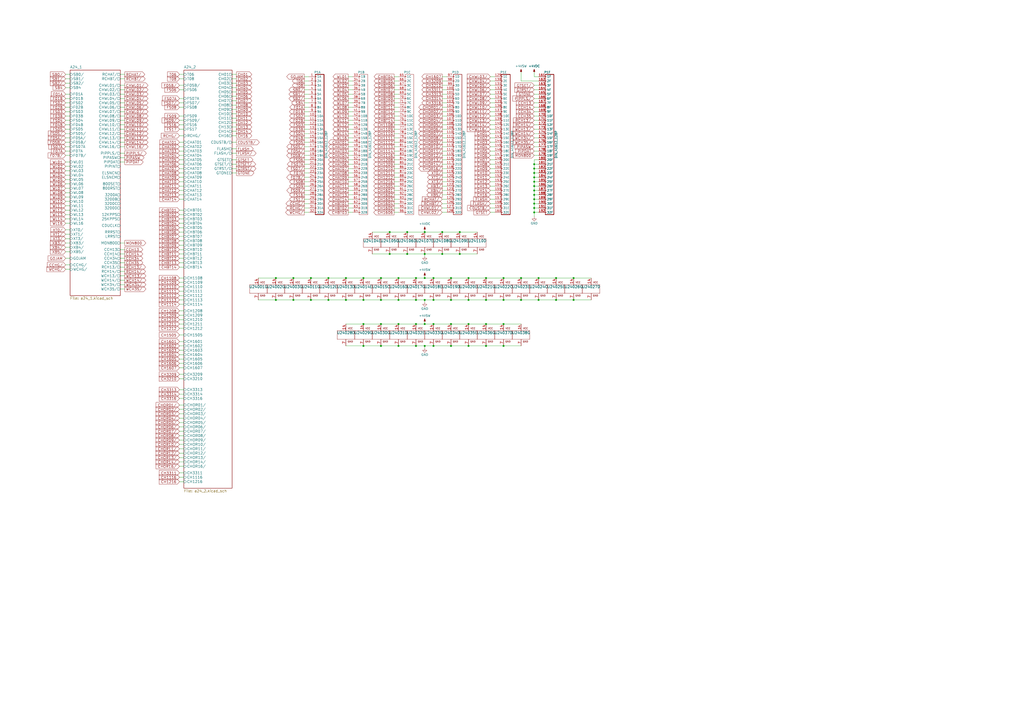
<source format=kicad_sch>
(kicad_sch (version 20211123) (generator eeschema)
  (paper "A2")
  (junction (at 271.78 200.66))
  (junction (at 190.5 173.99))
  (junction (at 266.7 134.62))
  (junction (at 256.54 147.32))
  (junction (at 170.18 161.29))
  (junction (at 309.88 105.41))
  (junction (at 251.46 200.66))
  (junction (at 236.22 147.32))
  (junction (at 271.78 187.96))
  (junction (at 261.62 200.66))
  (junction (at 261.62 173.99))
  (junction (at 256.54 134.62))
  (junction (at 281.94 173.99))
  (junction (at 266.7 147.32))
  (junction (at 180.34 161.29))
  (junction (at 281.94 187.96))
  (junction (at 220.98 161.29))
  (junction (at 322.58 173.99))
  (junction (at 241.3 161.29))
  (junction (at 309.88 110.49))
  (junction (at 210.82 173.99))
  (junction (at 241.3 173.99))
  (junction (at 281.94 161.29))
  (junction (at 246.38 200.66))
  (junction (at 226.06 147.32))
  (junction (at 271.78 161.29))
  (junction (at 236.22 134.62))
  (junction (at 241.3 187.96))
  (junction (at 210.82 161.29))
  (junction (at 309.88 95.25))
  (junction (at 309.88 113.03))
  (junction (at 220.98 200.66))
  (junction (at 231.14 187.96))
  (junction (at 261.62 187.96))
  (junction (at 246.38 147.32))
  (junction (at 226.06 134.62))
  (junction (at 220.98 173.99))
  (junction (at 251.46 187.96))
  (junction (at 309.88 100.33))
  (junction (at 210.82 187.96))
  (junction (at 180.34 173.99))
  (junction (at 261.62 161.29))
  (junction (at 332.74 173.99))
  (junction (at 332.74 161.29))
  (junction (at 309.88 107.95))
  (junction (at 292.1 200.66))
  (junction (at 309.88 120.65))
  (junction (at 231.14 161.29))
  (junction (at 190.5 161.29))
  (junction (at 292.1 187.96))
  (junction (at 302.26 161.29))
  (junction (at 309.88 123.19))
  (junction (at 246.38 161.29))
  (junction (at 160.02 173.99))
  (junction (at 241.3 200.66))
  (junction (at 246.38 173.99))
  (junction (at 302.26 173.99))
  (junction (at 251.46 161.29))
  (junction (at 210.82 200.66))
  (junction (at 309.88 97.79))
  (junction (at 292.1 173.99))
  (junction (at 170.18 173.99))
  (junction (at 309.88 118.11))
  (junction (at 231.14 173.99))
  (junction (at 271.78 173.99))
  (junction (at 309.88 102.87))
  (junction (at 160.02 161.29))
  (junction (at 246.38 134.62))
  (junction (at 309.88 115.57))
  (junction (at 251.46 173.99))
  (junction (at 231.14 200.66))
  (junction (at 312.42 161.29))
  (junction (at 292.1 161.29))
  (junction (at 281.94 200.66))
  (junction (at 200.66 161.29))
  (junction (at 246.38 187.96))
  (junction (at 200.66 173.99))
  (junction (at 322.58 161.29))
  (junction (at 220.98 187.96))
  (junction (at 312.42 173.99))
  (wire (pts (xy 179.07 52.07) (xy 176.53 52.07)))
  (wire (pts (xy 215.9 147.32) (xy 226.06 147.32)))
  (wire (pts (xy 104.14 121.92) (xy 106.68 121.92)))
  (wire (pts (xy 200.66 161.29) (xy 210.82 161.29)))
  (wire (pts (xy 69.85 43.18) (xy 72.39 43.18)))
  (wire (pts (xy 104.14 245.11) (xy 106.68 245.11)))
  (wire (pts (xy 104.14 142.24) (xy 106.68 142.24)))
  (wire (pts (xy 287.02 44.45) (xy 284.48 44.45)))
  (wire (pts (xy 170.18 161.29) (xy 180.34 161.29)))
  (wire (pts (xy 69.85 162.56) (xy 72.39 162.56)))
  (wire (pts (xy 134.62 71.12) (xy 137.16 71.12)))
  (wire (pts (xy 231.14 187.96) (xy 241.3 187.96)))
  (wire (pts (xy 179.07 49.53) (xy 176.53 49.53)))
  (wire (pts (xy 104.14 62.23) (xy 106.68 62.23)))
  (wire (pts (xy 40.64 43.18) (xy 38.1 43.18)))
  (wire (pts (xy 104.14 242.57) (xy 106.68 242.57)))
  (wire (pts (xy 179.07 62.23) (xy 176.53 62.23)))
  (wire (pts (xy 309.88 100.33) (xy 312.42 100.33)))
  (wire (pts (xy 176.53 107.95) (xy 179.07 107.95)))
  (wire (pts (xy 104.14 124.46) (xy 106.68 124.46)))
  (wire (pts (xy 38.1 80.01) (xy 40.64 80.01)))
  (wire (pts (xy 228.6 44.45) (xy 231.14 44.45)))
  (wire (pts (xy 287.02 46.99) (xy 284.48 46.99)))
  (wire (pts (xy 104.14 100.33) (xy 106.68 100.33)))
  (wire (pts (xy 134.62 50.8) (xy 137.16 50.8)))
  (wire (pts (xy 201.93 107.95) (xy 204.47 107.95)))
  (wire (pts (xy 287.02 92.71) (xy 284.48 92.71)))
  (wire (pts (xy 287.02 107.95) (xy 284.48 107.95)))
  (wire (pts (xy 104.14 276.86) (xy 106.68 276.86)))
  (wire (pts (xy 215.9 134.62) (xy 226.06 134.62)))
  (wire (pts (xy 256.54 147.32) (xy 266.7 147.32)))
  (wire (pts (xy 231.14 200.66) (xy 241.3 200.66)))
  (wire (pts (xy 201.93 87.63) (xy 204.47 87.63)))
  (wire (pts (xy 220.98 187.96) (xy 231.14 187.96)))
  (wire (pts (xy 241.3 173.99) (xy 246.38 173.99)))
  (wire (pts (xy 287.02 118.11) (xy 284.48 118.11)))
  (wire (pts (xy 256.54 72.39) (xy 259.08 72.39)))
  (wire (pts (xy 176.53 82.55) (xy 179.07 82.55)))
  (wire (pts (xy 104.14 152.4) (xy 106.68 152.4)))
  (wire (pts (xy 228.6 105.41) (xy 231.14 105.41)))
  (wire (pts (xy 201.93 77.47) (xy 204.47 77.47)))
  (wire (pts (xy 246.38 186.69) (xy 246.38 187.96)))
  (wire (pts (xy 266.7 134.62) (xy 276.86 134.62)))
  (wire (pts (xy 104.14 149.86) (xy 106.68 149.86)))
  (wire (pts (xy 69.85 45.72) (xy 72.39 45.72)))
  (wire (pts (xy 228.6 97.79) (xy 231.14 97.79)))
  (wire (pts (xy 38.1 135.89) (xy 40.64 135.89)))
  (wire (pts (xy 104.14 190.5) (xy 106.68 190.5)))
  (wire (pts (xy 228.6 72.39) (xy 231.14 72.39)))
  (wire (pts (xy 104.14 228.6) (xy 106.68 228.6)))
  (wire (pts (xy 104.14 270.51) (xy 106.68 270.51)))
  (wire (pts (xy 134.62 60.96) (xy 137.16 60.96)))
  (wire (pts (xy 309.88 44.45) (xy 309.88 41.91)))
  (wire (pts (xy 38.1 67.31) (xy 40.64 67.31)))
  (wire (pts (xy 38.1 90.17) (xy 40.64 90.17)))
  (wire (pts (xy 40.64 59.69) (xy 38.1 59.69)))
  (wire (pts (xy 309.88 123.19) (xy 312.42 123.19)))
  (wire (pts (xy 228.6 80.01) (xy 231.14 80.01)))
  (wire (pts (xy 104.14 219.71) (xy 106.68 219.71)))
  (wire (pts (xy 312.42 80.01) (xy 309.88 80.01)))
  (wire (pts (xy 228.6 49.53) (xy 231.14 49.53)))
  (wire (pts (xy 256.54 102.87) (xy 259.08 102.87)))
  (wire (pts (xy 69.85 157.48) (xy 72.39 157.48)))
  (wire (pts (xy 287.02 97.79) (xy 284.48 97.79)))
  (wire (pts (xy 201.93 64.77) (xy 204.47 64.77)))
  (wire (pts (xy 104.14 59.69) (xy 106.68 59.69)))
  (wire (pts (xy 287.02 90.17) (xy 284.48 90.17)))
  (wire (pts (xy 104.14 180.34) (xy 106.68 180.34)))
  (wire (pts (xy 38.1 93.98) (xy 40.64 93.98)))
  (wire (pts (xy 312.42 97.79) (xy 309.88 97.79)))
  (wire (pts (xy 104.14 237.49) (xy 106.68 237.49)))
  (wire (pts (xy 104.14 82.55) (xy 106.68 82.55)))
  (wire (pts (xy 287.02 69.85) (xy 284.48 69.85)))
  (wire (pts (xy 104.14 69.85) (xy 106.68 69.85)))
  (wire (pts (xy 38.1 111.76) (xy 40.64 111.76)))
  (wire (pts (xy 302.26 173.99) (xy 312.42 173.99)))
  (wire (pts (xy 104.14 132.08) (xy 106.68 132.08)))
  (wire (pts (xy 176.53 115.57) (xy 179.07 115.57)))
  (wire (pts (xy 38.1 82.55) (xy 40.64 82.55)))
  (wire (pts (xy 134.62 63.5) (xy 137.16 63.5)))
  (wire (pts (xy 228.6 87.63) (xy 231.14 87.63)))
  (wire (pts (xy 104.14 72.39) (xy 106.68 72.39)))
  (wire (pts (xy 137.16 82.55) (xy 134.62 82.55)))
  (wire (pts (xy 104.14 166.37) (xy 106.68 166.37)))
  (wire (pts (xy 256.54 69.85) (xy 259.08 69.85)))
  (wire (pts (xy 228.6 113.03) (xy 231.14 113.03)))
  (wire (pts (xy 231.14 161.29) (xy 241.3 161.29)))
  (wire (pts (xy 38.1 143.51) (xy 40.64 143.51)))
  (wire (pts (xy 176.53 123.19) (xy 179.07 123.19)))
  (wire (pts (xy 309.88 120.65) (xy 312.42 120.65)))
  (wire (pts (xy 69.85 149.86) (xy 72.39 149.86)))
  (wire (pts (xy 176.53 110.49) (xy 179.07 110.49)))
  (wire (pts (xy 246.38 134.62) (xy 246.38 133.35)))
  (wire (pts (xy 104.14 78.74) (xy 106.68 78.74)))
  (wire (pts (xy 287.02 49.53) (xy 284.48 49.53)))
  (wire (pts (xy 261.62 173.99) (xy 271.78 173.99)))
  (wire (pts (xy 228.6 123.19) (xy 231.14 123.19)))
  (wire (pts (xy 281.94 200.66) (xy 292.1 200.66)))
  (wire (pts (xy 201.93 90.17) (xy 204.47 90.17)))
  (wire (pts (xy 179.07 46.99) (xy 176.53 46.99)))
  (wire (pts (xy 134.62 88.9) (xy 137.16 88.9)))
  (wire (pts (xy 287.02 95.25) (xy 284.48 95.25)))
  (wire (pts (xy 38.1 140.97) (xy 40.64 140.97)))
  (wire (pts (xy 38.1 156.21) (xy 40.64 156.21)))
  (wire (pts (xy 104.14 208.28) (xy 106.68 208.28)))
  (wire (pts (xy 256.54 85.09) (xy 259.08 85.09)))
  (wire (pts (xy 104.14 182.88) (xy 106.68 182.88)))
  (wire (pts (xy 256.54 62.23) (xy 259.08 62.23)))
  (wire (pts (xy 38.1 146.05) (xy 40.64 146.05)))
  (wire (pts (xy 226.06 134.62) (xy 236.22 134.62)))
  (wire (pts (xy 104.14 97.79) (xy 106.68 97.79)))
  (wire (pts (xy 228.6 46.99) (xy 231.14 46.99)))
  (wire (pts (xy 69.85 85.09) (xy 72.39 85.09)))
  (wire (pts (xy 246.38 147.32) (xy 256.54 147.32)))
  (wire (pts (xy 287.02 87.63) (xy 284.48 87.63)))
  (wire (pts (xy 69.85 80.01) (xy 72.39 80.01)))
  (wire (pts (xy 228.6 110.49) (xy 231.14 110.49)))
  (wire (pts (xy 312.42 46.99) (xy 302.26 46.99)))
  (wire (pts (xy 134.62 95.25) (xy 137.16 95.25)))
  (wire (pts (xy 271.78 173.99) (xy 281.94 173.99)))
  (wire (pts (xy 104.14 194.31) (xy 106.68 194.31)))
  (wire (pts (xy 287.02 57.15) (xy 284.48 57.15)))
  (wire (pts (xy 246.38 173.99) (xy 246.38 175.26)))
  (wire (pts (xy 312.42 64.77) (xy 309.88 64.77)))
  (wire (pts (xy 261.62 187.96) (xy 271.78 187.96)))
  (wire (pts (xy 228.6 74.93) (xy 231.14 74.93)))
  (wire (pts (xy 201.93 44.45) (xy 204.47 44.45)))
  (wire (pts (xy 69.85 154.94) (xy 72.39 154.94)))
  (wire (pts (xy 104.14 85.09) (xy 106.68 85.09)))
  (wire (pts (xy 281.94 161.29) (xy 292.1 161.29)))
  (wire (pts (xy 228.6 67.31) (xy 231.14 67.31)))
  (wire (pts (xy 201.93 59.69) (xy 204.47 59.69)))
  (wire (pts (xy 201.93 123.19) (xy 204.47 123.19)))
  (wire (pts (xy 287.02 85.09) (xy 284.48 85.09)))
  (wire (pts (xy 256.54 90.17) (xy 259.08 90.17)))
  (wire (pts (xy 309.88 107.95) (xy 312.42 107.95)))
  (wire (pts (xy 287.02 77.47) (xy 284.48 77.47)))
  (wire (pts (xy 104.14 203.2) (xy 106.68 203.2)))
  (wire (pts (xy 69.85 62.23) (xy 72.39 62.23)))
  (wire (pts (xy 38.1 149.86) (xy 40.64 149.86)))
  (wire (pts (xy 38.1 109.22) (xy 40.64 109.22)))
  (wire (pts (xy 38.1 119.38) (xy 40.64 119.38)))
  (wire (pts (xy 38.1 106.68) (xy 40.64 106.68)))
  (wire (pts (xy 251.46 200.66) (xy 261.62 200.66)))
  (wire (pts (xy 38.1 114.3) (xy 40.64 114.3)))
  (wire (pts (xy 200.66 187.96) (xy 210.82 187.96)))
  (wire (pts (xy 259.08 123.19) (xy 256.54 123.19)))
  (wire (pts (xy 309.88 97.79) (xy 309.88 100.33)))
  (wire (pts (xy 241.3 161.29) (xy 246.38 161.29)))
  (wire (pts (xy 40.64 50.8) (xy 38.1 50.8)))
  (wire (pts (xy 287.02 120.65) (xy 284.48 120.65)))
  (wire (pts (xy 69.85 167.64) (xy 72.39 167.64)))
  (wire (pts (xy 149.86 161.29) (xy 160.02 161.29)))
  (wire (pts (xy 104.14 154.94) (xy 106.68 154.94)))
  (wire (pts (xy 160.02 173.99) (xy 170.18 173.99)))
  (wire (pts (xy 228.6 54.61) (xy 231.14 54.61)))
  (wire (pts (xy 312.42 85.09) (xy 309.88 85.09)))
  (wire (pts (xy 228.6 82.55) (xy 231.14 82.55)))
  (wire (pts (xy 241.3 187.96) (xy 246.38 187.96)))
  (wire (pts (xy 309.88 118.11) (xy 309.88 120.65)))
  (wire (pts (xy 201.93 72.39) (xy 204.47 72.39)))
  (wire (pts (xy 104.14 144.78) (xy 106.68 144.78)))
  (wire (pts (xy 69.85 77.47) (xy 72.39 77.47)))
  (wire (pts (xy 251.46 173.99) (xy 261.62 173.99)))
  (wire (pts (xy 228.6 118.11) (xy 231.14 118.11)))
  (wire (pts (xy 332.74 161.29) (xy 342.9 161.29)))
  (wire (pts (xy 256.54 77.47) (xy 259.08 77.47)))
  (wire (pts (xy 104.14 255.27) (xy 106.68 255.27)))
  (wire (pts (xy 309.88 110.49) (xy 312.42 110.49)))
  (wire (pts (xy 104.14 265.43) (xy 106.68 265.43)))
  (wire (pts (xy 69.85 144.78) (xy 72.39 144.78)))
  (wire (pts (xy 104.14 217.17) (xy 106.68 217.17)))
  (wire (pts (xy 104.14 226.06) (xy 106.68 226.06)))
  (wire (pts (xy 201.93 67.31) (xy 204.47 67.31)))
  (wire (pts (xy 176.53 118.11) (xy 179.07 118.11)))
  (wire (pts (xy 201.93 97.79) (xy 204.47 97.79)))
  (wire (pts (xy 312.42 87.63) (xy 309.88 87.63)))
  (wire (pts (xy 38.1 116.84) (xy 40.64 116.84)))
  (wire (pts (xy 69.85 91.44) (xy 72.39 91.44)))
  (wire (pts (xy 134.62 53.34) (xy 137.16 53.34)))
  (wire (pts (xy 246.38 187.96) (xy 251.46 187.96)))
  (wire (pts (xy 200.66 200.66) (xy 210.82 200.66)))
  (wire (pts (xy 210.82 161.29) (xy 220.98 161.29)))
  (wire (pts (xy 228.6 107.95) (xy 231.14 107.95)))
  (wire (pts (xy 312.42 59.69) (xy 309.88 59.69)))
  (wire (pts (xy 38.1 104.14) (xy 40.64 104.14)))
  (wire (pts (xy 312.42 90.17) (xy 309.88 90.17)))
  (wire (pts (xy 176.53 77.47) (xy 179.07 77.47)))
  (wire (pts (xy 69.85 74.93) (xy 72.39 74.93)))
  (wire (pts (xy 104.14 176.53) (xy 106.68 176.53)))
  (wire (pts (xy 38.1 129.54) (xy 40.64 129.54)))
  (wire (pts (xy 104.14 231.14) (xy 106.68 231.14)))
  (wire (pts (xy 228.6 100.33) (xy 231.14 100.33)))
  (wire (pts (xy 309.88 118.11) (xy 312.42 118.11)))
  (wire (pts (xy 134.62 78.74) (xy 137.16 78.74)))
  (wire (pts (xy 104.14 147.32) (xy 106.68 147.32)))
  (wire (pts (xy 38.1 85.09) (xy 40.64 85.09)))
  (wire (pts (xy 69.85 82.55) (xy 72.39 82.55)))
  (wire (pts (xy 69.85 88.9) (xy 72.39 88.9)))
  (wire (pts (xy 312.42 72.39) (xy 309.88 72.39)))
  (wire (pts (xy 69.85 152.4) (xy 72.39 152.4)))
  (wire (pts (xy 134.62 43.18) (xy 137.16 43.18)))
  (wire (pts (xy 104.14 198.12) (xy 106.68 198.12)))
  (wire (pts (xy 104.14 163.83) (xy 106.68 163.83)))
  (wire (pts (xy 201.93 57.15) (xy 204.47 57.15)))
  (wire (pts (xy 104.14 240.03) (xy 106.68 240.03)))
  (wire (pts (xy 176.53 74.93) (xy 179.07 74.93)))
  (wire (pts (xy 312.42 95.25) (xy 309.88 95.25)))
  (wire (pts (xy 259.08 118.11) (xy 256.54 118.11)))
  (wire (pts (xy 201.93 74.93) (xy 204.47 74.93)))
  (wire (pts (xy 312.42 77.47) (xy 309.88 77.47)))
  (wire (pts (xy 287.02 62.23) (xy 284.48 62.23)))
  (wire (pts (xy 38.1 127) (xy 40.64 127)))
  (wire (pts (xy 312.42 62.23) (xy 309.88 62.23)))
  (wire (pts (xy 104.14 129.54) (xy 106.68 129.54)))
  (wire (pts (xy 201.93 105.41) (xy 204.47 105.41)))
  (wire (pts (xy 104.14 139.7) (xy 106.68 139.7)))
  (wire (pts (xy 246.38 134.62) (xy 256.54 134.62)))
  (wire (pts (xy 302.26 161.29) (xy 312.42 161.29)))
  (wire (pts (xy 309.88 113.03) (xy 309.88 115.57)))
  (wire (pts (xy 220.98 173.99) (xy 231.14 173.99)))
  (wire (pts (xy 226.06 147.32) (xy 236.22 147.32)))
  (wire (pts (xy 309.88 105.41) (xy 312.42 105.41)))
  (wire (pts (xy 201.93 54.61) (xy 204.47 54.61)))
  (wire (pts (xy 106.68 45.72) (xy 104.14 45.72)))
  (wire (pts (xy 271.78 187.96) (xy 281.94 187.96)))
  (wire (pts (xy 38.1 133.35) (xy 40.64 133.35)))
  (wire (pts (xy 312.42 173.99) (xy 322.58 173.99)))
  (wire (pts (xy 287.02 110.49) (xy 284.48 110.49)))
  (wire (pts (xy 228.6 69.85) (xy 231.14 69.85)))
  (wire (pts (xy 69.85 93.98) (xy 72.39 93.98)))
  (wire (pts (xy 69.85 49.53) (xy 72.39 49.53)))
  (wire (pts (xy 256.54 95.25) (xy 259.08 95.25)))
  (wire (pts (xy 228.6 77.47) (xy 231.14 77.47)))
  (wire (pts (xy 104.14 262.89) (xy 106.68 262.89)))
  (wire (pts (xy 228.6 85.09) (xy 231.14 85.09)))
  (wire (pts (xy 259.08 115.57) (xy 256.54 115.57)))
  (wire (pts (xy 256.54 134.62) (xy 266.7 134.62)))
  (wire (pts (xy 236.22 147.32) (xy 246.38 147.32)))
  (wire (pts (xy 201.93 113.03) (xy 204.47 113.03)))
  (wire (pts (xy 332.74 173.99) (xy 342.9 173.99)))
  (wire (pts (xy 104.14 87.63) (xy 106.68 87.63)))
  (wire (pts (xy 69.85 57.15) (xy 72.39 57.15)))
  (wire (pts (xy 104.14 95.25) (xy 106.68 95.25)))
  (wire (pts (xy 104.14 115.57) (xy 106.68 115.57)))
  (wire (pts (xy 228.6 64.77) (xy 231.14 64.77)))
  (wire (pts (xy 38.1 96.52) (xy 40.64 96.52)))
  (wire (pts (xy 134.62 86.36) (xy 137.16 86.36)))
  (wire (pts (xy 190.5 161.29) (xy 200.66 161.29)))
  (wire (pts (xy 246.38 173.99) (xy 251.46 173.99)))
  (wire (pts (xy 69.85 147.32) (xy 72.39 147.32)))
  (wire (pts (xy 312.42 52.07) (xy 309.88 52.07)))
  (wire (pts (xy 179.07 54.61) (xy 176.53 54.61)))
  (wire (pts (xy 287.02 67.31) (xy 284.48 67.31)))
  (wire (pts (xy 176.53 97.79) (xy 179.07 97.79)))
  (wire (pts (xy 256.54 57.15) (xy 259.08 57.15)))
  (wire (pts (xy 201.93 82.55) (xy 204.47 82.55)))
  (wire (pts (xy 256.54 113.03) (xy 259.08 113.03)))
  (wire (pts (xy 38.1 69.85) (xy 40.64 69.85)))
  (wire (pts (xy 69.85 72.39) (xy 72.39 72.39)))
  (wire (pts (xy 40.64 57.15) (xy 38.1 57.15)))
  (wire (pts (xy 104.14 213.36) (xy 106.68 213.36)))
  (wire (pts (xy 287.02 74.93) (xy 284.48 74.93)))
  (wire (pts (xy 228.6 59.69) (xy 231.14 59.69)))
  (wire (pts (xy 176.53 100.33) (xy 179.07 100.33)))
  (wire (pts (xy 246.38 160.02) (xy 246.38 161.29)))
  (wire (pts (xy 309.88 92.71) (xy 309.88 95.25)))
  (wire (pts (xy 287.02 82.55) (xy 284.48 82.55)))
  (wire (pts (xy 309.88 115.57) (xy 312.42 115.57)))
  (wire (pts (xy 104.14 57.15) (xy 106.68 57.15)))
  (wire (pts (xy 201.93 52.07) (xy 204.47 52.07)))
  (wire (pts (xy 40.64 62.23) (xy 38.1 62.23)))
  (wire (pts (xy 246.38 161.29) (xy 251.46 161.29)))
  (wire (pts (xy 256.54 67.31) (xy 259.08 67.31)))
  (wire (pts (xy 106.68 43.18) (xy 104.14 43.18)))
  (wire (pts (xy 104.14 185.42) (xy 106.68 185.42)))
  (wire (pts (xy 38.1 153.67) (xy 40.64 153.67)))
  (wire (pts (xy 312.42 69.85) (xy 309.88 69.85)))
  (wire (pts (xy 266.7 147.32) (xy 276.86 147.32)))
  (wire (pts (xy 220.98 161.29) (xy 231.14 161.29)))
  (wire (pts (xy 201.93 118.11) (xy 204.47 118.11)))
  (wire (pts (xy 309.88 102.87) (xy 312.42 102.87)))
  (wire (pts (xy 200.66 173.99) (xy 210.82 173.99)))
  (wire (pts (xy 104.14 168.91) (xy 106.68 168.91)))
  (wire (pts (xy 134.62 66.04) (xy 137.16 66.04)))
  (wire (pts (xy 256.54 100.33) (xy 259.08 100.33)))
  (wire (pts (xy 287.02 113.03) (xy 284.48 113.03)))
  (wire (pts (xy 176.53 102.87) (xy 179.07 102.87)))
  (wire (pts (xy 104.14 171.45) (xy 106.68 171.45)))
  (wire (pts (xy 246.38 147.32) (xy 246.38 148.59)))
  (wire (pts (xy 104.14 200.66) (xy 106.68 200.66)))
  (wire (pts (xy 104.14 247.65) (xy 106.68 247.65)))
  (wire (pts (xy 201.93 110.49) (xy 204.47 110.49)))
  (wire (pts (xy 292.1 200.66) (xy 302.26 200.66)))
  (wire (pts (xy 40.64 54.61) (xy 38.1 54.61)))
  (wire (pts (xy 309.88 110.49) (xy 309.88 113.03)))
  (wire (pts (xy 246.38 200.66) (xy 251.46 200.66)))
  (wire (pts (xy 179.07 69.85) (xy 176.53 69.85)))
  (wire (pts (xy 176.53 90.17) (xy 179.07 90.17)))
  (wire (pts (xy 287.02 115.57) (xy 284.48 115.57)))
  (wire (pts (xy 312.42 49.53) (xy 309.88 49.53)))
  (wire (pts (xy 201.93 95.25) (xy 204.47 95.25)))
  (wire (pts (xy 176.53 92.71) (xy 179.07 92.71)))
  (wire (pts (xy 149.86 173.99) (xy 160.02 173.99)))
  (wire (pts (xy 246.38 201.93) (xy 246.38 200.66)))
  (wire (pts (xy 104.14 267.97) (xy 106.68 267.97)))
  (wire (pts (xy 69.85 52.07) (xy 72.39 52.07)))
  (wire (pts (xy 312.42 67.31) (xy 309.88 67.31)))
  (wire (pts (xy 220.98 200.66) (xy 231.14 200.66)))
  (wire (pts (xy 104.14 234.95) (xy 106.68 234.95)))
  (wire (pts (xy 201.93 102.87) (xy 204.47 102.87)))
  (wire (pts (xy 256.54 49.53) (xy 259.08 49.53)))
  (wire (pts (xy 309.88 123.19) (xy 309.88 125.73)))
  (wire (pts (xy 134.62 73.66) (xy 137.16 73.66)))
  (wire (pts (xy 312.42 54.61) (xy 309.88 54.61)))
  (wire (pts (xy 40.64 64.77) (xy 38.1 64.77)))
  (wire (pts (xy 287.02 102.87) (xy 284.48 102.87)))
  (wire (pts (xy 104.14 260.35) (xy 106.68 260.35)))
  (wire (pts (xy 104.14 127) (xy 106.68 127)))
  (wire (pts (xy 312.42 74.93) (xy 309.88 74.93)))
  (wire (pts (xy 40.64 45.72) (xy 38.1 45.72)))
  (wire (pts (xy 134.62 55.88) (xy 137.16 55.88)))
  (wire (pts (xy 104.14 92.71) (xy 106.68 92.71)))
  (wire (pts (xy 104.14 161.29) (xy 106.68 161.29)))
  (wire (pts (xy 322.58 173.99) (xy 332.74 173.99)))
  (wire (pts (xy 312.42 82.55) (xy 309.88 82.55)))
  (wire (pts (xy 104.14 49.53) (xy 106.68 49.53)))
  (wire (pts (xy 176.53 95.25) (xy 179.07 95.25)))
  (wire (pts (xy 228.6 52.07) (xy 231.14 52.07)))
  (wire (pts (xy 134.62 97.79) (xy 137.16 97.79)))
  (wire (pts (xy 256.54 46.99) (xy 259.08 46.99)))
  (wire (pts (xy 104.14 274.32) (xy 106.68 274.32)))
  (wire (pts (xy 312.42 44.45) (xy 309.88 44.45)))
  (wire (pts (xy 287.02 123.19) (xy 284.48 123.19)))
  (wire (pts (xy 104.14 252.73) (xy 106.68 252.73)))
  (wire (pts (xy 256.54 80.01) (xy 259.08 80.01)))
  (wire (pts (xy 69.85 165.1) (xy 72.39 165.1)))
  (wire (pts (xy 201.93 92.71) (xy 204.47 92.71)))
  (wire (pts (xy 104.14 279.4) (xy 106.68 279.4)))
  (wire (pts (xy 104.14 105.41) (xy 106.68 105.41)))
  (wire (pts (xy 309.88 92.71) (xy 312.42 92.71)))
  (wire (pts (xy 287.02 52.07) (xy 284.48 52.07)))
  (wire (pts (xy 38.1 138.43) (xy 40.64 138.43)))
  (wire (pts (xy 38.1 72.39) (xy 40.64 72.39)))
  (wire (pts (xy 134.62 100.33) (xy 137.16 100.33)))
  (wire (pts (xy 312.42 57.15) (xy 309.88 57.15)))
  (wire (pts (xy 251.46 187.96) (xy 261.62 187.96)))
  (wire (pts (xy 134.62 92.71) (xy 137.16 92.71)))
  (wire (pts (xy 256.54 64.77) (xy 259.08 64.77)))
  (wire (pts (xy 292.1 173.99) (xy 302.26 173.99)))
  (wire (pts (xy 201.93 69.85) (xy 204.47 69.85)))
  (wire (pts (xy 40.64 48.26) (xy 38.1 48.26)))
  (wire (pts (xy 104.14 210.82) (xy 106.68 210.82)))
  (wire (pts (xy 287.02 64.77) (xy 284.48 64.77)))
  (wire (pts (xy 231.14 173.99) (xy 241.3 173.99)))
  (wire (pts (xy 176.53 105.41) (xy 179.07 105.41)))
  (wire (pts (xy 134.62 45.72) (xy 137.16 45.72)))
  (wire (pts (xy 287.02 59.69) (xy 284.48 59.69)))
  (wire (pts (xy 190.5 173.99) (xy 200.66 173.99)))
  (wire (pts (xy 38.1 74.93) (xy 40.64 74.93)))
  (wire (pts (xy 256.54 110.49) (xy 259.08 110.49)))
  (wire (pts (xy 134.62 58.42) (xy 137.16 58.42)))
  (wire (pts (xy 309.88 107.95) (xy 309.88 110.49)))
  (wire (pts (xy 281.94 187.96) (xy 292.1 187.96)))
  (wire (pts (xy 210.82 200.66) (xy 220.98 200.66)))
  (wire (pts (xy 241.3 200.66) (xy 246.38 200.66)))
  (wire (pts (xy 104.14 102.87) (xy 106.68 102.87)))
  (wire (pts (xy 228.6 62.23) (xy 231.14 62.23)))
  (wire (pts (xy 104.14 110.49) (xy 106.68 110.49)))
  (wire (pts (xy 309.88 113.03) (xy 312.42 113.03)))
  (wire (pts (xy 256.54 92.71) (xy 259.08 92.71)))
  (wire (pts (xy 104.14 134.62) (xy 106.68 134.62)))
  (wire (pts (xy 292.1 187.96) (xy 302.26 187.96)))
  (wire (pts (xy 38.1 87.63) (xy 40.64 87.63)))
  (wire (pts (xy 256.54 105.41) (xy 259.08 105.41)))
  (wire (pts (xy 271.78 200.66) (xy 281.94 200.66)))
  (wire (pts (xy 201.93 49.53) (xy 204.47 49.53)))
  (wire (pts (xy 256.54 59.69) (xy 259.08 59.69)))
  (wire (pts (xy 179.07 67.31) (xy 176.53 67.31)))
  (wire (pts (xy 170.18 173.99) (xy 180.34 173.99)))
  (wire (pts (xy 271.78 161.29) (xy 281.94 161.29)))
  (wire (pts (xy 302.26 46.99) (xy 302.26 41.91)))
  (wire (pts (xy 104.14 113.03) (xy 106.68 113.03)))
  (wire (pts (xy 201.93 85.09) (xy 204.47 85.09)))
  (wire (pts (xy 228.6 115.57) (xy 231.14 115.57)))
  (wire (pts (xy 176.53 87.63) (xy 179.07 87.63)))
  (wire (pts (xy 210.82 187.96) (xy 220.98 187.96)))
  (wire (pts (xy 259.08 120.65) (xy 256.54 120.65)))
  (wire (pts (xy 256.54 54.61) (xy 259.08 54.61)))
  (wire (pts (xy 292.1 161.29) (xy 302.26 161.29)))
  (wire (pts (xy 256.54 52.07) (xy 259.08 52.07)))
  (wire (pts (xy 287.02 105.41) (xy 284.48 105.41)))
  (wire (pts (xy 69.85 69.85) (xy 72.39 69.85)))
  (wire (pts (xy 179.07 57.15) (xy 176.53 57.15)))
  (wire (pts (xy 251.46 161.29) (xy 261.62 161.29)))
  (wire (pts (xy 69.85 160.02) (xy 72.39 160.02)))
  (wire (pts (xy 201.93 100.33) (xy 204.47 100.33)))
  (wire (pts (xy 38.1 121.92) (xy 40.64 121.92)))
  (wire (pts (xy 256.54 82.55) (xy 259.08 82.55)))
  (wire (pts (xy 38.1 124.46) (xy 40.64 124.46)))
  (wire (pts (xy 160.02 161.29) (xy 170.18 161.29)))
  (wire (pts (xy 287.02 80.01) (xy 284.48 80.01)))
  (wire (pts (xy 309.88 115.57) (xy 309.88 118.11)))
  (wire (pts (xy 180.34 173.99) (xy 190.5 173.99)))
  (wire (pts (xy 104.14 107.95) (xy 106.68 107.95)))
  (wire (pts (xy 104.14 90.17) (xy 106.68 90.17)))
  (wire (pts (xy 180.34 161.29) (xy 190.5 161.29)))
  (wire (pts (xy 312.42 161.29) (xy 322.58 161.29)))
  (wire (pts (xy 38.1 101.6) (xy 40.64 101.6)))
  (wire (pts (xy 256.54 74.93) (xy 259.08 74.93)))
  (wire (pts (xy 309.88 95.25) (xy 309.88 97.79)))
  (wire (pts (xy 309.88 102.87) (xy 309.88 105.41)))
  (wire (pts (xy 201.93 46.99) (xy 204.47 46.99)))
  (wire (pts (xy 256.54 97.79) (xy 259.08 97.79)))
  (wire (pts (xy 261.62 200.66) (xy 271.78 200.66)))
  (wire (pts (xy 104.14 74.93) (xy 106.68 74.93)))
  (wire (pts (xy 104.14 257.81) (xy 106.68 257.81)))
  (wire (pts (xy 228.6 90.17) (xy 231.14 90.17)))
  (wire (pts (xy 287.02 54.61) (xy 284.48 54.61)))
  (wire (pts (xy 201.93 120.65) (xy 204.47 120.65)))
  (wire (pts (xy 256.54 107.95) (xy 259.08 107.95)))
  (wire (pts (xy 179.07 72.39) (xy 176.53 72.39)))
  (wire (pts (xy 309.88 100.33) (xy 309.88 102.87)))
  (wire (pts (xy 134.62 68.58) (xy 137.16 68.58)))
  (wire (pts (xy 256.54 87.63) (xy 259.08 87.63)))
  (wire (pts (xy 228.6 120.65) (xy 231.14 120.65)))
  (wire (pts (xy 228.6 57.15) (xy 231.14 57.15)))
  (wire (pts (xy 176.53 80.01) (xy 179.07 80.01)))
  (wire (pts (xy 69.85 59.69) (xy 72.39 59.69)))
  (wire (pts (xy 261.62 161.29) (xy 271.78 161.29)))
  (wire (pts (xy 69.85 67.31) (xy 72.39 67.31)))
  (wire (pts (xy 228.6 95.25) (xy 231.14 95.25)))
  (wire (pts (xy 179.07 64.77) (xy 176.53 64.77)))
  (wire (pts (xy 134.62 48.26) (xy 137.16 48.26)))
  (wire (pts (xy 210.82 173.99) (xy 220.98 173.99)))
  (wire (pts (xy 104.14 187.96) (xy 106.68 187.96)))
  (wire (pts (xy 104.14 205.74) (xy 106.68 205.74)))
  (wire (pts (xy 69.85 64.77) (xy 72.39 64.77)))
  (wire (pts (xy 201.93 115.57) (xy 204.47 115.57)))
  (wire (pts (xy 104.14 52.07) (xy 106.68 52.07)))
  (wire (pts (xy 69.85 140.97) (xy 72.39 140.97)))
  (wire (pts (xy 201.93 62.23) (xy 204.47 62.23)))
  (wire (pts (xy 176.53 113.03) (xy 179.07 113.03)))
  (wire (pts (xy 176.53 85.09) (xy 179.07 85.09)))
  (wire (pts (xy 104.14 173.99) (xy 106.68 173.99)))
  (wire (pts (xy 228.6 92.71) (xy 231.14 92.71)))
  (wire (pts (xy 176.53 120.65) (xy 179.07 120.65)))
  (wire (pts (xy 309.88 105.41) (xy 309.88 107.95)))
  (wire (pts (xy 104.14 67.31) (xy 106.68 67.31)))
  (wire (pts (xy 309.88 120.65) (xy 309.88 123.19)))
  (wire (pts (xy 256.54 44.45) (xy 259.08 44.45)))
  (wire (pts (xy 134.62 76.2) (xy 137.16 76.2)))
  (wire (pts (xy 236.22 134.62) (xy 246.38 134.62)))
  (wire (pts (xy 287.02 72.39) (xy 284.48 72.39)))
  (wire (pts (xy 281.94 173.99) (xy 292.1 173.99)))
  (wire (pts (xy 38.1 99.06) (xy 40.64 99.06)))
  (wire (pts (xy 176.53 44.45) (xy 179.07 44.45)))
  (wire (pts (xy 228.6 102.87) (xy 231.14 102.87)))
  (wire (pts (xy 69.85 54.61) (xy 72.39 54.61)))
  (wire (pts (xy 201.93 80.01) (xy 204.47 80.01)))
  (wire (pts (xy 287.02 100.33) (xy 284.48 100.33)))
  (wire (pts (xy 322.58 161.29) (xy 332.74 161.29)))
  (wire (pts (xy 38.1 77.47) (xy 40.64 77.47)))
  (wire (pts (xy 104.14 250.19) (xy 106.68 250.19)))
  (wire (pts (xy 104.14 137.16) (xy 106.68 137.16)))
  (wire (pts (xy 179.07 59.69) (xy 176.53 59.69)))
  (global_label "WL14" (shape input) (at 38.1 127 180) (effects (font (size 1.524 1.524))) (property "Referenzen zwischen Schaltplänen" "${INTERSHEET_REFS}" (effects hide)))
  (global_label "CHWL12/" (shape output) (at 72.39 77.47 0) (effects (font (size 1.524 1.524))) (property "Referenzen zwischen Schaltplänen" "${INTERSHEET_REFS}" (effects hide)))
  (global_label "CH1505" (shape output) (at 228.6 107.95 180) (effects (font (size 1.524 1.524))) (property "Referenzen zwischen Schaltplänen" "${INTERSHEET_REFS}" (effects hide)))
  (global_label "CH1109" (shape input) (at 104.14 163.83 180) (effects (font (size 1.524 1.524))) (property "Referenzen zwischen Schaltplänen" "${INTERSHEET_REFS}" (effects hide)))
  (global_label "F03B" (shape input) (at 38.1 67.31 180) (effects (font (size 1.524 1.524))) (property "Referenzen zwischen Schaltplänen" "${INTERSHEET_REFS}" (effects hide)))
  (global_label "CHWL06/" (shape output) (at 72.39 62.23 0) (effects (font (size 1.524 1.524))) (property "Referenzen zwischen Schaltplänen" "${INTERSHEET_REFS}" (effects hide)))
  (global_label "CH1212" (shape output) (at 228.6 102.87 180) (effects (font (size 1.524 1.524))) (property "Referenzen zwischen Schaltplänen" "${INTERSHEET_REFS}" (effects hide)))
  (global_label "CHOR06/" (shape input) (at 104.14 247.65 180) (effects (font (size 1.524 1.524))) (property "Referenzen zwischen Schaltplänen" "${INTERSHEET_REFS}" (effects hide)))
  (global_label "GTSET" (shape input) (at 284.48 123.19 180) (effects (font (size 1.524 1.524))) (property "Referenzen zwischen Schaltplänen" "${INTERSHEET_REFS}" (effects hide)))
  (global_label "CH07" (shape input) (at 284.48 92.71 180) (effects (font (size 1.524 1.524))) (property "Referenzen zwischen Schaltplänen" "${INTERSHEET_REFS}" (effects hide)))
  (global_label "F05B/" (shape input) (at 104.14 49.53 180) (effects (font (size 1.524 1.524))) (property "Referenzen zwischen Schaltplänen" "${INTERSHEET_REFS}" (effects hide)))
  (global_label "CH1110" (shape output) (at 228.6 77.47 180) (effects (font (size 1.524 1.524))) (property "Referenzen zwischen Schaltplänen" "${INTERSHEET_REFS}" (effects hide)))
  (global_label "F01B" (shape input) (at 38.1 57.15 180) (effects (font (size 1.524 1.524))) (property "Referenzen zwischen Schaltplänen" "${INTERSHEET_REFS}" (effects hide)))
  (global_label "CCH35" (shape input) (at 309.88 67.31 180) (effects (font (size 1.524 1.524))) (property "Referenzen zwischen Schaltplänen" "${INTERSHEET_REFS}" (effects hide)))
  (global_label "FS07A" (shape input) (at 104.14 57.15 180) (effects (font (size 1.524 1.524))) (property "Referenzen zwischen Schaltplänen" "${INTERSHEET_REFS}" (effects hide)))
  (global_label "GOJAM" (shape output) (at 176.53 44.45 180) (effects (font (size 1.524 1.524))) (property "Referenzen zwischen Schaltplänen" "${INTERSHEET_REFS}" (effects hide)))
  (global_label "CHBT11" (shape input) (at 104.14 147.32 180) (effects (font (size 1.524 1.524))) (property "Referenzen zwischen Schaltplänen" "${INTERSHEET_REFS}" (effects hide)))
  (global_label "CHOR08/" (shape output) (at 256.54 80.01 180) (effects (font (size 1.524 1.524))) (property "Referenzen zwischen Schaltplänen" "${INTERSHEET_REFS}" (effects hide)))
  (global_label "CHWL02/" (shape input) (at 256.54 123.19 180) (effects (font (size 1.524 1.524))) (property "Referenzen zwischen Schaltplänen" "${INTERSHEET_REFS}" (effects hide)))
  (global_label "FS09/" (shape output) (at 176.53 110.49 180) (effects (font (size 1.524 1.524))) (property "Referenzen zwischen Schaltplänen" "${INTERSHEET_REFS}" (effects hide)))
  (global_label "CHAT10" (shape output) (at 201.93 105.41 180) (effects (font (size 1.524 1.524))) (property "Referenzen zwischen Schaltplänen" "${INTERSHEET_REFS}" (effects hide)))
  (global_label "CH1602" (shape output) (at 228.6 113.03 180) (effects (font (size 1.524 1.524))) (property "Referenzen zwischen Schaltplänen" "${INTERSHEET_REFS}" (effects hide)))
  (global_label "RCHAT/" (shape output) (at 72.39 43.18 0) (effects (font (size 1.524 1.524))) (property "Referenzen zwischen Schaltplänen" "${INTERSHEET_REFS}" (effects hide)))
  (global_label "FS07A" (shape input) (at 38.1 85.09 180) (effects (font (size 1.524 1.524))) (property "Referenzen zwischen Schaltplänen" "${INTERSHEET_REFS}" (effects hide)))
  (global_label "CHOR16/" (shape output) (at 256.54 97.79 180) (effects (font (size 1.524 1.524))) (property "Referenzen zwischen Schaltplänen" "${INTERSHEET_REFS}" (effects hide)))
  (global_label "CH1601" (shape input) (at 104.14 198.12 180) (effects (font (size 1.524 1.524))) (property "Referenzen zwischen Schaltplänen" "${INTERSHEET_REFS}" (effects hide)))
  (global_label "WCH13/" (shape output) (at 72.39 160.02 0) (effects (font (size 1.524 1.524))) (property "Referenzen zwischen Schaltplänen" "${INTERSHEET_REFS}" (effects hide)))
  (global_label "CH1112" (shape input) (at 104.14 171.45 180) (effects (font (size 1.524 1.524))) (property "Referenzen zwischen Schaltplänen" "${INTERSHEET_REFS}" (effects hide)))
  (global_label "CH1208" (shape output) (at 228.6 92.71 180) (effects (font (size 1.524 1.524))) (property "Referenzen zwischen Schaltplänen" "${INTERSHEET_REFS}" (effects hide)))
  (global_label "CH1112" (shape output) (at 228.6 82.55 180) (effects (font (size 1.524 1.524))) (property "Referenzen zwischen Schaltplänen" "${INTERSHEET_REFS}" (effects hide)))
  (global_label "F07A" (shape output) (at 176.53 100.33 180) (effects (font (size 1.524 1.524))) (property "Referenzen zwischen Schaltplänen" "${INTERSHEET_REFS}" (effects hide)))
  (global_label "CHWL08/" (shape input) (at 284.48 57.15 180) (effects (font (size 1.524 1.524))) (property "Referenzen zwischen Schaltplänen" "${INTERSHEET_REFS}" (effects hide)))
  (global_label "CHWL05/" (shape input) (at 284.48 49.53 180) (effects (font (size 1.524 1.524))) (property "Referenzen zwischen Schaltplänen" "${INTERSHEET_REFS}" (effects hide)))
  (global_label "CHWL11/" (shape input) (at 284.48 64.77 180) (effects (font (size 1.524 1.524))) (property "Referenzen zwischen Schaltplänen" "${INTERSHEET_REFS}" (effects hide)))
  (global_label "F07B/" (shape output) (at 176.53 102.87 180) (effects (font (size 1.524 1.524))) (property "Referenzen zwischen Schaltplänen" "${INTERSHEET_REFS}" (effects hide)))
  (global_label "CH1109" (shape output) (at 228.6 74.93 180) (effects (font (size 1.524 1.524))) (property "Referenzen zwischen Schaltplänen" "${INTERSHEET_REFS}" (effects hide)))
  (global_label "CHBT02" (shape output) (at 201.93 120.65 180) (effects (font (size 1.524 1.524))) (property "Referenzen zwischen Schaltplänen" "${INTERSHEET_REFS}" (effects hide)))
  (global_label "PIPPLS/" (shape output) (at 72.39 88.9 0) (effects (font (size 1.524 1.524))) (property "Referenzen zwischen Schaltplänen" "${INTERSHEET_REFS}" (effects hide)))
  (global_label "CHOR01/" (shape input) (at 104.14 234.95 180) (effects (font (size 1.524 1.524))) (property "Referenzen zwischen Schaltplänen" "${INTERSHEET_REFS}" (effects hide)))
  (global_label "FS07/" (shape input) (at 104.14 59.69 180) (effects (font (size 1.524 1.524))) (property "Referenzen zwischen Schaltplänen" "${INTERSHEET_REFS}" (effects hide)))
  (global_label "CH11" (shape input) (at 284.48 102.87 180) (effects (font (size 1.524 1.524))) (property "Referenzen zwischen Schaltplänen" "${INTERSHEET_REFS}" (effects hide)))
  (global_label "CHBT03" (shape input) (at 104.14 127 180) (effects (font (size 1.524 1.524))) (property "Referenzen zwischen Schaltplänen" "${INTERSHEET_REFS}" (effects hide)))
  (global_label "WL05" (shape input) (at 38.1 104.14 180) (effects (font (size 1.524 1.524))) (property "Referenzen zwischen Schaltplänen" "${INTERSHEET_REFS}" (effects hide)))
  (global_label "WCH14/" (shape output) (at 72.39 162.56 0) (effects (font (size 1.524 1.524))) (property "Referenzen zwischen Schaltplänen" "${INTERSHEET_REFS}" (effects hide)))
  (global_label "CHWL13/" (shape input) (at 284.48 69.85 180) (effects (font (size 1.524 1.524))) (property "Referenzen zwischen Schaltplänen" "${INTERSHEET_REFS}" (effects hide)))
  (global_label "CH13" (shape output) (at 137.16 73.66 0) (effects (font (size 1.524 1.524))) (property "Referenzen zwischen Schaltplänen" "${INTERSHEET_REFS}" (effects hide)))
  (global_label "FS09/" (shape input) (at 104.14 69.85 180) (effects (font (size 1.524 1.524))) (property "Referenzen zwischen Schaltplänen" "${INTERSHEET_REFS}" (effects hide)))
  (global_label "CHBT13" (shape input) (at 104.14 152.4 180) (effects (font (size 1.524 1.524))) (property "Referenzen zwischen Schaltplänen" "${INTERSHEET_REFS}" (effects hide)))
  (global_label "CHOR02/" (shape output) (at 256.54 64.77 180) (effects (font (size 1.524 1.524))) (property "Referenzen zwischen Schaltplänen" "${INTERSHEET_REFS}" (effects hide)))
  (global_label "WL10" (shape input) (at 38.1 116.84 180) (effects (font (size 1.524 1.524))) (property "Referenzen zwischen Schaltplänen" "${INTERSHEET_REFS}" (effects hide)))
  (global_label "CHOR07/" (shape output) (at 256.54 77.47 180) (effects (font (size 1.524 1.524))) (property "Referenzen zwischen Schaltplänen" "${INTERSHEET_REFS}" (effects hide)))
  (global_label "CHWL13/" (shape output) (at 72.39 80.01 0) (effects (font (size 1.524 1.524))) (property "Referenzen zwischen Schaltplänen" "${INTERSHEET_REFS}" (effects hide)))
  (global_label "XT1/" (shape output) (at 256.54 102.87 180) (effects (font (size 1.524 1.524))) (property "Referenzen zwischen Schaltplänen" "${INTERSHEET_REFS}" (effects hide)))
  (global_label "WL06" (shape input) (at 38.1 106.68 180) (effects (font (size 1.524 1.524))) (property "Referenzen zwischen Schaltplänen" "${INTERSHEET_REFS}" (effects hide)))
  (global_label "RCHBT/" (shape output) (at 72.39 45.72 0) (effects (font (size 1.524 1.524))) (property "Referenzen zwischen Schaltplänen" "${INTERSHEET_REFS}" (effects hide)))
  (global_label "FS16" (shape output) (at 176.53 113.03 180) (effects (font (size 1.524 1.524))) (property "Referenzen zwischen Schaltplänen" "${INTERSHEET_REFS}" (effects hide)))
  (global_label "CHBT06" (shape input) (at 104.14 134.62 180) (effects (font (size 1.524 1.524))) (property "Referenzen zwischen Schaltplänen" "${INTERSHEET_REFS}" (effects hide)))
  (global_label "CHBT02" (shape input) (at 104.14 124.46 180) (effects (font (size 1.524 1.524))) (property "Referenzen zwischen Schaltplänen" "${INTERSHEET_REFS}" (effects hide)))
  (global_label "CHBT14" (shape input) (at 104.14 154.94 180) (effects (font (size 1.524 1.524))) (property "Referenzen zwischen Schaltplänen" "${INTERSHEET_REFS}" (effects hide)))
  (global_label "CH1116" (shape input) (at 104.14 276.86 180) (effects (font (size 1.524 1.524))) (property "Referenzen zwischen Schaltplänen" "${INTERSHEET_REFS}" (effects hide)))
  (global_label "CH1114" (shape input) (at 104.14 176.53 180) (effects (font (size 1.524 1.524))) (property "Referenzen zwischen Schaltplänen" "${INTERSHEET_REFS}" (effects hide)))
  (global_label "CHOR06/" (shape output) (at 256.54 74.93 180) (effects (font (size 1.524 1.524))) (property "Referenzen zwischen Schaltplänen" "${INTERSHEET_REFS}" (effects hide)))
  (global_label "WCH13/" (shape input) (at 309.88 74.93 180) (effects (font (size 1.524 1.524))) (property "Referenzen zwischen Schaltplänen" "${INTERSHEET_REFS}" (effects hide)))
  (global_label "CH03" (shape output) (at 137.16 48.26 0) (effects (font (size 1.524 1.524))) (property "Referenzen zwischen Schaltplänen" "${INTERSHEET_REFS}" (effects hide)))
  (global_label "CHWL14/" (shape input) (at 284.48 72.39 180) (effects (font (size 1.524 1.524))) (property "Referenzen zwischen Schaltplänen" "${INTERSHEET_REFS}" (effects hide)))
  (global_label "CHAT07" (shape output) (at 201.93 97.79 180) (effects (font (size 1.524 1.524))) (property "Referenzen zwischen Schaltplänen" "${INTERSHEET_REFS}" (effects hide)))
  (global_label "CHBT06" (shape output) (at 228.6 49.53 180) (effects (font (size 1.524 1.524))) (property "Referenzen zwischen Schaltplänen" "${INTERSHEET_REFS}" (effects hide)))
  (global_label "F01A" (shape output) (at 176.53 62.23 180) (effects (font (size 1.524 1.524))) (property "Referenzen zwischen Schaltplänen" "${INTERSHEET_REFS}" (effects hide)))
  (global_label "CHOR01/" (shape output) (at 256.54 62.23 180) (effects (font (size 1.524 1.524))) (property "Referenzen zwischen Schaltplänen" "${INTERSHEET_REFS}" (effects hide)))
  (global_label "MON800" (shape input) (at 309.88 90.17 180) (effects (font (size 1.524 1.524))) (property "Referenzen zwischen Schaltplänen" "${INTERSHEET_REFS}" (effects hide)))
  (global_label "CHOR04/" (shape output) (at 256.54 69.85 180) (effects (font (size 1.524 1.524))) (property "Referenzen zwischen Schaltplänen" "${INTERSHEET_REFS}" (effects hide)))
  (global_label "CHOR14/" (shape input) (at 104.14 267.97 180) (effects (font (size 1.524 1.524))) (property "Referenzen zwischen Schaltplänen" "${INTERSHEET_REFS}" (effects hide)))
  (global_label "RCH13/" (shape input) (at 309.88 69.85 180) (effects (font (size 1.524 1.524))) (property "Referenzen zwischen Schaltplänen" "${INTERSHEET_REFS}" (effects hide)))
  (global_label "XB5/" (shape output) (at 256.54 113.03 180) (effects (font (size 1.524 1.524))) (property "Referenzen zwischen Schaltplänen" "${INTERSHEET_REFS}" (effects hide)))
  (global_label "F02B" (shape output) (at 176.53 69.85 180) (effects (font (size 1.524 1.524))) (property "Referenzen zwischen Schaltplänen" "${INTERSHEET_REFS}" (effects hide)))
  (global_label "CHBT11" (shape output) (at 228.6 62.23 180) (effects (font (size 1.524 1.524))) (property "Referenzen zwischen Schaltplänen" "${INTERSHEET_REFS}" (effects hide)))
  (global_label "CHAT12" (shape output) (at 201.93 110.49 180) (effects (font (size 1.524 1.524))) (property "Referenzen zwischen Schaltplänen" "${INTERSHEET_REFS}" (effects hide)))
  (global_label "CH1603" (shape input) (at 104.14 203.2 180) (effects (font (size 1.524 1.524))) (property "Referenzen zwischen Schaltplänen" "${INTERSHEET_REFS}" (effects hide)))
  (global_label "CHOR08/" (shape input) (at 104.14 252.73 180) (effects (font (size 1.524 1.524))) (property "Referenzen zwischen Schaltplänen" "${INTERSHEET_REFS}" (effects hide)))
  (global_label "CHWL04/" (shape input) (at 284.48 46.99 180) (effects (font (size 1.524 1.524))) (property "Referenzen zwischen Schaltplänen" "${INTERSHEET_REFS}" (effects hide)))
  (global_label "CHWL04/" (shape output) (at 72.39 57.15 0) (effects (font (size 1.524 1.524))) (property "Referenzen zwischen Schaltplänen" "${INTERSHEET_REFS}" (effects hide)))
  (global_label "SB2/" (shape input) (at 38.1 48.26 180) (effects (font (size 1.524 1.524))) (property "Referenzen zwischen Schaltplänen" "${INTERSHEET_REFS}" (effects hide)))
  (global_label "CCH14" (shape output) (at 72.39 147.32 0) (effects (font (size 1.524 1.524))) (property "Referenzen zwischen Schaltplänen" "${INTERSHEET_REFS}" (effects hide)))
  (global_label "CH1605" (shape input) (at 104.14 208.28 180) (effects (font (size 1.524 1.524))) (property "Referenzen zwischen Schaltplänen" "${INTERSHEET_REFS}" (effects hide)))
  (global_label "CH01" (shape input) (at 284.48 77.47 180) (effects (font (size 1.524 1.524))) (property "Referenzen zwischen Schaltplänen" "${INTERSHEET_REFS}" (effects hide)))
  (global_label "FLASH/" (shape output) (at 137.16 88.9 0) (effects (font (size 1.524 1.524))) (property "Referenzen zwischen Schaltplänen" "${INTERSHEET_REFS}" (effects hide)))
  (global_label "CHAT06" (shape output) (at 201.93 95.25 180) (effects (font (size 1.524 1.524))) (property "Referenzen zwischen Schaltplänen" "${INTERSHEET_REFS}" (effects hide)))
  (global_label "T08" (shape input) (at 104.14 45.72 180) (effects (font (size 1.524 1.524))) (property "Referenzen zwischen Schaltplänen" "${INTERSHEET_REFS}" (effects hide)))
  (global_label "CCHG/" (shape output) (at 176.53 118.11 180) (effects (font (size 1.524 1.524))) (property "Referenzen zwischen Schaltplänen" "${INTERSHEET_REFS}" (effects hide)))
  (global_label "CH3311" (shape output) (at 256.54 52.07 180) (effects (font (size 1.524 1.524))) (property "Referenzen zwischen Schaltplänen" "${INTERSHEET_REFS}" (effects hide)))
  (global_label "CHOR11/" (shape input) (at 104.14 260.35 180) (effects (font (size 1.524 1.524))) (property "Referenzen zwischen Schaltplänen" "${INTERSHEET_REFS}" (effects hide)))
  (global_label "CH09" (shape input) (at 284.48 97.79 180) (effects (font (size 1.524 1.524))) (property "Referenzen zwischen Schaltplänen" "${INTERSHEET_REFS}" (effects hide)))
  (global_label "GTSET/" (shape input) (at 309.88 49.53 180) (effects (font (size 1.524 1.524))) (property "Referenzen zwischen Schaltplänen" "${INTERSHEET_REFS}" (effects hide)))
  (global_label "CH3210" (shape output) (at 256.54 49.53 180) (effects (font (size 1.524 1.524))) (property "Referenzen zwischen Schaltplänen" "${INTERSHEET_REFS}" (effects hide)))
  (global_label "CHOR10/" (shape input) (at 104.14 257.81 180) (effects (font (size 1.524 1.524))) (property "Referenzen zwischen Schaltplänen" "${INTERSHEET_REFS}" (effects hide)))
  (global_label "PIPDAT" (shape output) (at 72.39 93.98 0) (effects (font (size 1.524 1.524))) (property "Referenzen zwischen Schaltplänen" "${INTERSHEET_REFS}" (effects hide)))
  (global_label "CH01" (shape output) (at 137.16 43.18 0) (effects (font (size 1.524 1.524))) (property "Referenzen zwischen Schaltplänen" "${INTERSHEET_REFS}" (effects hide)))
  (global_label "RCH13/" (shape output) (at 72.39 154.94 0) (effects (font (size 1.524 1.524))) (property "Referenzen zwischen Schaltplänen" "${INTERSHEET_REFS}" (effects hide)))
  (global_label "WL07" (shape output) (at 201.93 59.69 180) (effects (font (size 1.524 1.524))) (property "Referenzen zwischen Schaltplänen" "${INTERSHEET_REFS}" (effects hide)))
  (global_label "CH1607" (shape output) (at 256.54 44.45 180) (effects (font (size 1.524 1.524))) (property "Referenzen zwischen Schaltplänen" "${INTERSHEET_REFS}" (effects hide)))
  (global_label "CHAT13" (shape output) (at 201.93 113.03 180) (effects (font (size 1.524 1.524))) (property "Referenzen zwischen Schaltplänen" "${INTERSHEET_REFS}" (effects hide)))
  (global_label "CH1211" (shape input) (at 104.14 187.96 180) (effects (font (size 1.524 1.524))) (property "Referenzen zwischen Schaltplänen" "${INTERSHEET_REFS}" (effects hide)))
  (global_label "RCHG/" (shape input) (at 104.14 78.74 180) (effects (font (size 1.524 1.524))) (property "Referenzen zwischen Schaltplänen" "${INTERSHEET_REFS}" (effects hide)))
  (global_label "FS06" (shape input) (at 104.14 52.07 180) (effects (font (size 1.524 1.524))) (property "Referenzen zwischen Schaltplänen" "${INTERSHEET_REFS}" (effects hide)))
  (global_label "CHBT12" (shape input) (at 104.14 149.86 180) (effects (font (size 1.524 1.524))) (property "Referenzen zwischen Schaltplänen" "${INTERSHEET_REFS}" (effects hide)))
  (global_label "CH1111" (shape output) (at 228.6 80.01 180) (effects (font (size 1.524 1.524))) (property "Referenzen zwischen Schaltplänen" "${INTERSHEET_REFS}" (effects hide)))
  (global_label "CHOR10/" (shape output) (at 256.54 85.09 180) (effects (font (size 1.524 1.524))) (property "Referenzen zwischen Schaltplänen" "${INTERSHEET_REFS}" (effects hide)))
  (global_label "CH1116" (shape output) (at 228.6 90.17 180) (effects (font (size 1.524 1.524))) (property "Referenzen zwischen Schaltplänen" "${INTERSHEET_REFS}" (effects hide)))
  (global_label "CHWL02/" (shape output) (at 72.39 52.07 0) (effects (font (size 1.524 1.524))) (property "Referenzen zwischen Schaltplänen" "${INTERSHEET_REFS}" (effects hide)))
  (global_label "SB2/" (shape output) (at 176.53 57.15 180) (effects (font (size 1.524 1.524))) (property "Referenzen zwischen Schaltplänen" "${INTERSHEET_REFS}" (effects hide)))
  (global_label "CHAT01" (shape output) (at 201.93 82.55 180) (effects (font (size 1.524 1.524))) (property "Referenzen zwischen Schaltplänen" "${INTERSHEET_REFS}" (effects hide)))
  (global_label "CCH34" (shape input) (at 309.88 64.77 180) (effects (font (size 1.524 1.524))) (property "Referenzen zwischen Schaltplänen" "${INTERSHEET_REFS}" (effects hide)))
  (global_label "CH1605" (shape output) (at 228.6 120.65 180) (effects (font (size 1.524 1.524))) (property "Referenzen zwischen Schaltplänen" "${INTERSHEET_REFS}" (effects hide)))
  (global_label "XT3/" (shape input) (at 38.1 138.43 180) (effects (font (size 1.524 1.524))) (property "Referenzen zwischen Schaltplänen" "${INTERSHEET_REFS}" (effects hide)))
  (global_label "CH3314" (shape input) (at 104.14 228.6 180) (effects (font (size 1.524 1.524))) (property "Referenzen zwischen Schaltplänen" "${INTERSHEET_REFS}" (effects hide)))
  (global_label "GOJAM" (shape input) (at 38.1 149.86 180) (effects (font (size 1.524 1.524))) (property "Referenzen zwischen Schaltplänen" "${INTERSHEET_REFS}" (effects hide)))
  (global_label "XB3/" (shape input) (at 38.1 140.97 180) (effects (font (size 1.524 1.524))) (property "Referenzen zwischen Schaltplänen" "${INTERSHEET_REFS}" (effects hide)))
  (global_label "CHWL14/" (shape output) (at 72.39 82.55 0) (effects (font (size 1.524 1.524))) (property "Referenzen zwischen Schaltplänen" "${INTERSHEET_REFS}" (effects hide)))
  (global_label "GTONE" (shape output) (at 137.16 100.33 0) (effects (font (size 1.524 1.524))) (property "Referenzen zwischen Schaltplänen" "${INTERSHEET_REFS}" (effects hide)))
  (global_label "WL02" (shape output) (at 201.93 46.99 180) (effects (font (size 1.524 1.524))) (property "Referenzen zwischen Schaltplänen" "${INTERSHEET_REFS}" (effects hide)))
  (global_label "CHWL09/" (shape input) (at 284.48 59.69 180) (effects (font (size 1.524 1.524))) (property "Referenzen zwischen Schaltplänen" "${INTERSHEET_REFS}" (effects hide)))
  (global_label "CH04" (shape input) (at 284.48 85.09 180) (effects (font (size 1.524 1.524))) (property "Referenzen zwischen Schaltplänen" "${INTERSHEET_REFS}" (effects hide)))
  (global_label "CCH35" (shape output) (at 72.39 152.4 0) (effects (font (size 1.524 1.524))) (property "Referenzen zwischen Schaltplänen" "${INTERSHEET_REFS}" (effects hide)))
  (global_label "RCH14/" (shape output) (at 72.39 157.48 0) (effects (font (size 1.524 1.524))) (property "Referenzen zwischen Schaltplänen" "${INTERSHEET_REFS}" (effects hide)))
  (global_label "FS02" (shape output) (at 176.53 67.31 180) (effects (font (size 1.524 1.524))) (property "Referenzen zwischen Schaltplänen" "${INTERSHEET_REFS}" (effects hide)))
  (global_label "CH13" (shape input) (at 284.48 107.95 180) (effects (font (size 1.524 1.524))) (property "Referenzen zwischen Schaltplänen" "${INTERSHEET_REFS}" (effects hide)))
  (global_label "FS16" (shape input) (at 104.14 72.39 180) (effects (font (size 1.524 1.524))) (property "Referenzen zwischen Schaltplänen" "${INTERSHEET_REFS}" (effects hide)))
  (global_label "CH3209" (shape output) (at 256.54 46.99 180) (effects (font (size 1.524 1.524))) (property "Referenzen zwischen Schaltplänen" "${INTERSHEET_REFS}" (effects hide)))
  (global_label "F05B/" (shape output) (at 176.53 90.17 180) (effects (font (size 1.524 1.524))) (property "Referenzen zwischen Schaltplänen" "${INTERSHEET_REFS}" (effects hide)))
  (global_label "CHOR13/" (shape input) (at 104.14 265.43 180) (effects (font (size 1.524 1.524))) (property "Referenzen zwischen Schaltplänen" "${INTERSHEET_REFS}" (effects hide)))
  (global_label "FLASH" (shape input) (at 284.48 115.57 180) (effects (font (size 1.524 1.524))) (property "Referenzen zwischen Schaltplänen" "${INTERSHEET_REFS}" (effects hide)))
  (global_label "CCH13" (shape output) (at 72.39 144.78 0) (effects (font (size 1.524 1.524))) (property "Referenzen zwischen Schaltplänen" "${INTERSHEET_REFS}" (effects hide)))
  (global_label "FLASH" (shape output) (at 137.16 86.36 0) (effects (font (size 1.524 1.524))) (property "Referenzen zwischen Schaltplänen" "${INTERSHEET_REFS}" (effects hide)))
  (global_label "CHAT12" (shape input) (at 104.14 110.49 180) (effects (font (size 1.524 1.524))) (property "Referenzen zwischen Schaltplänen" "${INTERSHEET_REFS}" (effects hide)))
  (global_label "CHOR13/" (shape output) (at 256.54 92.71 180) (effects (font (size 1.524 1.524))) (property "Referenzen zwischen Schaltplänen" "${INTERSHEET_REFS}" (effects hide)))
  (global_label "CHWL03/" (shape output) (at 72.39 54.61 0) (effects (font (size 1.524 1.524))) (property "Referenzen zwischen Schaltplänen" "${INTERSHEET_REFS}" (effects hide)))
  (global_label "T08" (shape output) (at 176.53 49.53 180) (effects (font (size 1.524 1.524))) (property "Referenzen zwischen Schaltplänen" "${INTERSHEET_REFS}" (effects hide)))
  (global_label "FS17" (shape input) (at 104.14 74.93 180) (effects (font (size 1.524 1.524))) (property "Referenzen zwischen Schaltplänen" "${INTERSHEET_REFS}" (effects hide)))
  (global_label "FS05/" (shape input) (at 38.1 77.47 180) (effects (font (size 1.524 1.524))) (property "Referenzen zwischen Schaltplänen" "${INTERSHEET_REFS}" (effects hide)))
  (global_label "WCH35/" (shape input) (at 309.88 82.55 180) (effects (font (size 1.524 1.524))) (property "Referenzen zwischen Schaltplänen" "${INTERSHEET_REFS}" (effects hide)))
  (global_label "SB1/" (shape output) (at 176.53 54.61 180) (effects (font (size 1.524 1.524))) (property "Referenzen zwischen Schaltplänen" "${INTERSHEET_REFS}" (effects hide)))
  (global_label "CHAT09" (shape input) (at 104.14 102.87 180) (effects (font (size 1.524 1.524))) (property "Referenzen zwischen Schaltplänen" "${INTERSHEET_REFS}" (effects hide)))
  (global_label "WL16" (shape output) (at 201.93 80.01 180) (effects (font (size 1.524 1.524))) (property "Referenzen zwischen Schaltplänen" "${INTERSHEET_REFS}" (effects hide)))
  (global_label "CHOR12/" (shape input) (at 104.14 262.89 180) (effects (font (size 1.524 1.524))) (property "Referenzen zwischen Schaltplänen" "${INTERSHEET_REFS}" (effects hide)))
  (global_label "WL01" (shape input) (at 38.1 93.98 180) (effects (font (size 1.524 1.524))) (property "Referenzen zwischen Schaltplänen" "${INTERSHEET_REFS}" (effects hide)))
  (global_label "RCHAT/" (shape input) (at 256.54 115.57 180) (effects (font (size 1.524 1.524))) (property "Referenzen zwischen Schaltplänen" "${INTERSHEET_REFS}" (effects hide)))
  (global_label "CH02" (shape input) (at 284.48 80.01 180) (effects (font (size 1.524 1.524))) (property "Referenzen zwischen Schaltplänen" "${INTERSHEET_REFS}" (effects hide)))
  (global_label "WCH35/" (shape output) (at 72.39 167.64 0) (effects (font (size 1.524 1.524))) (property "Referenzen zwischen Schaltplänen" "${INTERSHEET_REFS}" (effects hide)))
  (global_label "CH1216" (shape output) (at 228.6 105.41 180) (effects (font (size 1.524 1.524))) (property "Referenzen zwischen Schaltplänen" "${INTERSHEET_REFS}" (effects hide)))
  (global_label "FS09" (shape output) (at 176.53 107.95 180) (effects (font (size 1.524 1.524))) (property "Referenzen zwischen Schaltplänen" "${INTERSHEET_REFS}" (effects hide)))
  (global_label "SB4" (shape input) (at 38.1 50.8 180) (effects (font (size 1.524 1.524))) (property "Referenzen zwischen Schaltplänen" "${INTERSHEET_REFS}" (effects hide)))
  (global_label "CH1110" (shape input) (at 104.14 166.37 180) (effects (font (size 1.524 1.524))) (property "Referenzen zwischen Schaltplänen" "${INTERSHEET_REFS}" (effects hide)))
  (global_label "T06" (shape input) (at 104.14 43.18 180) (effects (font (size 1.524 1.524))) (property "Referenzen zwischen Schaltplänen" "${INTERSHEET_REFS}" (effects hide)))
  (global_label "FS05" (shape output) (at 176.53 82.55 180) (effects (font (size 1.524 1.524))) (property "Referenzen zwischen Schaltplänen" "${INTERSHEET_REFS}" (effects hide)))
  (global_label "F05A/" (shape output) (at 176.53 87.63 180) (effects (font (size 1.524 1.524))) (property "Referenzen zwischen Schaltplänen" "${INTERSHEET_REFS}" (effects hide)))
  (global_label "FS09" (shape input) (at 104.14 67.31 180) (effects (font (size 1.524 1.524))) (property "Referenzen zwischen Schaltplänen" "${INTERSHEET_REFS}" (effects hide)))
  (global_label "CH14" (shape input) (at 284.48 110.49 180) (effects (font (size 1.524 1.524))) (property "Referenzen zwischen Schaltplänen" "${INTERSHEET_REFS}" (effects hide)))
  (global_label "WL11" (shape input) (at 38.1 119.38 180) (effects (font (size 1.524 1.524))) (property "Referenzen zwischen Schaltplänen" "${INTERSHEET_REFS}" (effects hide)))
  (global_label "FS17" (shape output) (at 176.53 115.57 180) (effects (font (size 1.524 1.524))) (property "Referenzen zwischen Schaltplänen" "${INTERSHEET_REFS}" (effects hide)))
  (global_label "F05B/" (shape input) (at 38.1 82.55 180) (effects (font (size 1.524 1.524))) (property "Referenzen zwischen Schaltplänen" "${INTERSHEET_REFS}" (effects hide)))
  (global_label "F02B" (shape input) (at 38.1 62.23 180) (effects (font (size 1.524 1.524))) (property "Referenzen zwischen Schaltplänen" "${INTERSHEET_REFS}" (effects hide)))
  (global_label "CHBT03" (shape output) (at 201.93 123.19 180) (effects (font (size 1.524 1.524))) (property "Referenzen zwischen Schaltplänen" "${INTERSHEET_REFS}" (effects hide)))
  (global_label "SB0/" (shape input) (at 38.1 43.18 180) (effects (font (size 1.524 1.524))) (property "Referenzen zwischen Schaltplänen" "${INTERSHEET_REFS}" (effects hide)))
  (global_label "WL04" (shape output) (at 201.93 52.07 180) (effects (font (size 1.524 1.524))) (property "Referenzen zwischen Schaltplänen" "${INTERSHEET_REFS}" (effects hide)))
  (global_label "WL11" (shape output) (at 201.93 69.85 180) (effects (font (size 1.524 1.524))) (property "Referenzen zwischen Schaltplänen" "${INTERSHEET_REFS}" (effects hide)))
  (global_label "CHOR03/" (shape output) (at 256.54 67.31 180) (effects (font (size 1.524 1.524))) (property "Referenzen zwischen Schaltplänen" "${INTERSHEET_REFS}" (effects hide)))
  (global_label "CHOR04/" (shape input) (at 104.14 242.57 180) (effects (font (size 1.524 1.524))) (property "Referenzen zwischen Schaltplänen" "${INTERSHEET_REFS}" (effects hide)))
  (global_label "WL12" (shape input) (at 38.1 121.92 180) (effects (font (size 1.524 1.524))) (property "Referenzen zwischen Schaltplänen" "${INTERSHEET_REFS}" (effects hide)))
  (global_label "CHOR05/" (shape output) (at 256.54 72.39 180) (effects (font (size 1.524 1.524))) (property "Referenzen zwischen Schaltplänen" "${INTERSHEET_REFS}" (effects hide)))
  (global_label "CHAT02" (shape input) (at 104.14 85.09 180) (effects (font (size 1.524 1.524))) (property "Referenzen zwischen Schaltplänen" "${INTERSHEET_REFS}" (effects hide)))
  (global_label "CH1111" (shape input) (at 104.14 168.91 180) (effects (font (size 1.524 1.524))) (property "Referenzen zwischen Schaltplänen" "${INTERSHEET_REFS}" (effects hide)))
  (global_label "SB0/" (shape output) (at 176.53 52.07 180) (effects (font (size 1.524 1.524))) (property "Referenzen zwischen Schaltplänen" "${INTERSHEET_REFS}" (effects hide)))
  (global_label "CH03" (shape input) (at 284.48 82.55 180) (effects (font (size 1.524 1.524))) (property "Referenzen zwischen Schaltplänen" "${INTERSHEET_REFS}" (effects hide)))
  (global_label "CHBT10" (shape input) (at 104.14 144.78 180) (effects (font (size 1.524 1.524))) (property "Referenzen zwischen Schaltplänen" "${INTERSHEET_REFS}" (effects hide)))
  (global_label "CHBT14" (shape output) (at 228.6 69.85 180) (effects (font (size 1.524 1.524))) (property "Referenzen zwischen Schaltplänen" "${INTERSHEET_REFS}" (effects hide)))
  (global_label "WL08" (shape output) (at 201.93 62.23 180) (effects (font (size 1.524 1.524))) (property "Referenzen zwischen Schaltplänen" "${INTERSHEET_REFS}" (effects hide)))
  (global_label "CHAT04" (shape output) (at 201.93 90.17 180) (effects (font (size 1.524 1.524))) (property "Referenzen zwischen Schaltplänen" "${INTERSHEET_REFS}" (effects hide)))
  (global_label "WL09" (shape output) (at 201.93 64.77 180) (effects (font (size 1.524 1.524))) (property "Referenzen zwischen Schaltplänen" "${INTERSHEET_REFS}" (effects hide)))
  (global_label "CHBT04" (shape output) (at 228.6 44.45 180) (effects (font (size 1.524 1.524))) (property "Referenzen zwischen Schaltplänen" "${INTERSHEET_REFS}" (effects hide)))
  (global_label "CHAT01" (shape input) (at 104.14 82.55 180) (effects (font (size 1.524 1.524))) (property "Referenzen zwischen Schaltplänen" "${INTERSHEET_REFS}" (effects hide)))
  (global_label "CH16" (shape output) (at 137.16 78.74 0) (effects (font (size 1.524 1.524))) (property "Referenzen zwischen Schaltplänen" "${INTERSHEET_REFS}" (effects hide)))
  (global_label "CHBT10" (shape output) (at 228.6 59.69 180) (effects (font (size 1.524 1.524))) (property "Referenzen zwischen Schaltplänen" "${INTERSHEET_REFS}" (effects hide)))
  (global_label "CHWL10/" (shape input) (at 284.48 62.23 180) (effects (font (size 1.524 1.524))) (property "Referenzen zwischen Schaltplänen" "${INTERSHEET_REFS}" (effects hide)))
  (global_label "WCH34/" (shape input) (at 309.88 80.01 180) (effects (font (size 1.524 1.524))) (property "Referenzen zwischen Schaltplänen" "${INTERSHEET_REFS}" (effects hide)))
  (global_label "CHOR05/" (shape input) (at 104.14 245.11 180) (effects (font (size 1.524 1.524))) (property "Referenzen zwischen Schaltplänen" "${INTERSHEET_REFS}" (effects hide)))
  (global_label "CH3313" (shape output) (at 256.54 54.61 180) (effects (font (size 1.524 1.524))) (property "Referenzen zwischen Schaltplänen" "${INTERSHEET_REFS}" (effects hide)))
  (global_label "CH14" (shape output) (at 137.16 76.2 0) (effects (font (size 1.524 1.524))) (property "Referenzen zwischen Schaltplänen" "${INTERSHEET_REFS}" (effects hide)))
  (global_label "F01A" (shape input) (at 38.1 54.61 180) (effects (font (size 1.524 1.524))) (property "Referenzen zwischen Schaltplänen" "${INTERSHEET_REFS}" (effects hide)))
  (global_label "XB4/" (shape output) (at 256.54 110.49 180) (effects (font (size 1.524 1.524))) (property "Referenzen zwischen Schaltplänen" "${INTERSHEET_REFS}" (effects hide)))
  (global_label "F03B" (shape output) (at 176.53 74.93 180) (effects (font (size 1.524 1.524))) (property "Referenzen zwischen Schaltplänen" "${INTERSHEET_REFS}" (effects hide)))
  (global_label "CHWL11/" (shape output) (at 72.39 74.93 0) (effects (font (size 1.524 1.524))) (property "Referenzen zwischen Schaltplänen" "${INTERSHEET_REFS}" (effects hide)))
  (global_label "CH1602" (shape input) (at 104.14 200.66 180) (effects (font (size 1.524 1.524))) (property "Referenzen zwischen Schaltplänen" "${INTERSHEET_REFS}" (effects hide)))
  (global_label "SB1/" (shape input) (at 38.1 45.72 180) (effects (font (size 1.524 1.524))) (property "Referenzen zwischen Schaltplänen" "${INTERSHEET_REFS}" (effects hide)))
  (global_label "CH1216" (shape input) (at 104.14 279.4 180) (effects (font (size 1.524 1.524))) (property "Referenzen zwischen Schaltplänen" "${INTERSHEET_REFS}" (effects hide)))
  (global_label "CH1210" (shape output) (at 228.6 97.79 180) (effects (font (size 1.524 1.524))) (property "Referenzen zwischen Schaltplänen" "${INTERSHEET_REFS}" (effects hide)))
  (global_label "CHBT09" (shape input) (at 104.14 142.24 180) (effects (font (size 1.524 1.524))) (property "Referenzen zwischen Schaltplänen" "${INTERSHEET_REFS}" (effects hide)))
  (global_label "WL07" (shape input) (at 38.1 109.22 180) (effects (font (size 1.524 1.524))) (property "Referenzen zwischen Schaltplänen" "${INTERSHEET_REFS}" (effects hide)))
  (global_label "WL13" (shape output) (at 201.93 74.93 180) (effects (font (size 1.524 1.524))) (property "Referenzen zwischen Schaltplänen" "${INTERSHEET_REFS}" (effects hide)))
  (global_label "CHBT01" (shape output) (at 201.93 118.11 180) (effects (font (size 1.524 1.524))) (property "Referenzen zwischen Schaltplänen" "${INTERSHEET_REFS}" (effects hide)))
  (global_label "FS08" (shape input) (at 104.14 62.23 180) (effects (font (size 1.524 1.524))) (property "Referenzen zwischen Schaltplänen" "${INTERSHEET_REFS}" (effects hide)))
  (global_label "CH04" (shape output) (at 137.16 50.8 0) (effects (font (size 1.524 1.524))) (property "Referenzen zwischen Schaltplänen" "${INTERSHEET_REFS}" (effects hide)))
  (global_label "XB4/" (shape input) (at 38.1 143.51 180) (effects (font (size 1.524 1.524))) (property "Referenzen zwischen Schaltplänen" "${INTERSHEET_REFS}" (effects hide)))
  (global_label "CHBT08" (shape output) (at 228.6 54.61 180) (effects (font (size 1.524 1.524))) (property "Referenzen zwischen Schaltplänen" "${INTERSHEET_REFS}" (effects hide)))
  (global_label "WL03" (shape input) (at 38.1 99.06 180) (effects (font (size 1.524 1.524))) (property "Referenzen zwischen Schaltplänen" "${INTERSHEET_REFS}" (effects hide)))
  (global_label "CHAT08" (shape output) (at 201.93 100.33 180) (effects (font (size 1.524 1.524))) (property "Referenzen zwischen Schaltplänen" "${INTERSHEET_REFS}" (effects hide)))
  (global_label "CH08" (shape input) (at 284.48 95.25 180) (effects (font (size 1.524 1.524))) (property "Referenzen zwischen Schaltplänen" "${INTERSHEET_REFS}" (effects hide)))
  (global_label "CHAT07" (shape input) (at 104.14 97.79 180) (effects (font (size 1.524 1.524))) (property "Referenzen zwischen Schaltplänen" "${INTERSHEET_REFS}" (effects hide)))
  (global_label "XB3/" (shape output) (at 256.54 107.95 180) (effects (font (size 1.524 1.524))) (property "Referenzen zwischen Schaltplänen" "${INTERSHEET_REFS}" (effects hide)))
  (global_label "CH12" (shape output) (at 137.16 71.12 0) (effects (font (size 1.524 1.524))) (property "Referenzen zwischen Schaltplänen" "${INTERSHEET_REFS}" (effects hide)))
  (global_label "FS08" (shape output) (at 176.53 105.41 180) (effects (font (size 1.524 1.524))) (property "Referenzen zwischen Schaltplänen" "${INTERSHEET_REFS}" (effects hide)))
  (global_label "CHWL16/" (shape output) (at 72.39 85.09 0) (effects (font (size 1.524 1.524))) (property "Referenzen zwischen Schaltplänen" "${INTERSHEET_REFS}" (effects hide)))
  (global_label "CCH13" (shape input) (at 309.88 59.69 180) (effects (font (size 1.524 1.524))) (property "Referenzen zwischen Schaltplänen" "${INTERSHEET_REFS}" (effects hide)))
  (global_label "CH08" (shape output) (at 137.16 60.96 0) (effects (font (size 1.524 1.524))) (property "Referenzen zwischen Schaltplänen" "${INTERSHEET_REFS}" (effects hide)))
  (global_label "WL04" (shape input) (at 38.1 101.6 180) (effects (font (size 1.524 1.524))) (property "Referenzen zwischen Schaltplänen" "${INTERSHEET_REFS}" (effects hide)))
  (global_label "CDUSTB/" (shape input) (at 284.48 120.65 180) (effects (font (size 1.524 1.524))) (property "Referenzen zwischen Schaltplänen" "${INTERSHEET_REFS}" (effects hide)))
  (global_label "WL06" (shape output) (at 201.93 57.15 180) (effects (font (size 1.524 1.524))) (property "Referenzen zwischen Schaltplänen" "${INTERSHEET_REFS}" (effects hide)))
  (global_label "GTRST/" (shape input) (at 309.88 52.07 180) (effects (font (size 1.524 1.524))) (property "Referenzen zwischen Schaltplänen" "${INTERSHEET_REFS}" (effects hide)))
  (global_label "CH1607" (shape input) (at 104.14 213.36 180) (effects (font (size 1.524 1.524))) (property "Referenzen zwischen Schaltplänen" "${INTERSHEET_REFS}" (effects hide)))
  (global_label "CH1211" (shape output) (at 228.6 100.33 180) (effects (font (size 1.524 1.524))) (property "Referenzen zwischen Schaltplänen" "${INTERSHEET_REFS}" (effects hide)))
  (global_label "CH10" (shape input) (at 284.48 100.33 180) (effects (font (size 1.524 1.524))) (property "Referenzen zwischen Schaltplänen" "${INTERSHEET_REFS}" (effects hide)))
  (global_label "CHAT08" (shape input) (at 104.14 100.33 180) (effects (font (size 1.524 1.524))) (property "Referenzen zwischen Schaltplänen" "${INTERSHEET_REFS}" (effects hide)))
  (global_label "FS07/" (shape output) (at 176.53 97.79 180) (effects (font (size 1.524 1.524))) (property "Referenzen zwischen Schaltplänen" "${INTERSHEET_REFS}" (effects hide)))
  (global_label "CCHG/" (shape input) (at 38.1 153.67 180) (effects (font (size 1.524 1.524))) (property "Referenzen zwischen Schaltplänen" "${INTERSHEET_REFS}" (effects hide)))
  (global_label "RCHG/" (shape output) (at 176.53 120.65 180) (effects (font (size 1.524 1.524))) (property "Referenzen zwischen Schaltplänen" "${INTERSHEET_REFS}" (effects hide)))
  (global_label "CHBT07" (shape output) (at 228.6 52.07 180) (effects (font (size 1.524 1.524))) (property "Referenzen zwischen Schaltplänen" "${INTERSHEET_REFS}" (effects hide)))
  (global_label "CHBT01" (shape input) (at 104.14 121.92 180) (effects (font (size 1.524 1.524))) (property "Referenzen zwischen Schaltplänen" "${INTERSHEET_REFS}" (effects hide)))
  (global_label "CHAT13" (shape input) (at 104.14 113.03 180) (effects (font (size 1.524 1.524))) (property "Referenzen zwischen Schaltplänen" "${INTERSHEET_REFS}" (effects hide)))
  (global_label "WL09" (shape input) (at 38.1 114.3 180) (effects (font (size 1.524 1.524))) (property "Referenzen zwischen Schaltplänen" "${INTERSHEET_REFS}" (effects hide)))
  (global_label "WL12" (shape output) (at 201.93 72.39 180) (effects (font (size 1.524 1.524))) (property "Referenzen zwischen Schaltplänen" "${INTERSHEET_REFS}" (effects hide)))
  (global_label "WL14" (shape output) (at 201.93 77.47 180) (effects (font (size 1.524 1.524))) (property "Referenzen zwischen Schaltplänen" "${INTERSHEET_REFS}" (effects hide)))
  (global_label "FS04" (shape input) (at 38.1 69.85 180) (effects (font (size 1.524 1.524))) (property "Referenzen zwischen Schaltplänen" "${INTERSHEET_REFS}" (effects hide)))
  (global_label "CH11" (shape output) (at 137.16 68.58 0) (effects (font (size 1.524 1.524))) (property "Referenzen zwischen Schaltplänen" "${INTERSHEET_REFS}" (effects hide)))
  (global_label "WL10" (shape output) (at 201.93 67.31 180) (effects (font (size 1.524 1.524))) (property "Referenzen zwischen Schaltplänen" "${INTERSHEET_REFS}" (effects hide)))
  (global_label "CHBT09" (shape output) (at 228.6 57.15 180) (effects (font (size 1.524 1.524))) (property "Referenzen zwischen Schaltplänen" "${INTERSHEET_REFS}" (effects hide)))
  (global_label "CH3311" (shape input) (at 104.14 274.32 180) (effects (font (size 1.524 1.524))) (property "Referenzen zwischen Schaltplänen" "${INTERSHEET_REFS}" (effects hide)))
  (global_label "CHOR07/" (shape input) (at 104.14 250.19 180) (effects (font (size 1.524 1.524))) (property "Referenzen zwischen Schaltplänen" "${INTERSHEET_REFS}" (effects hide)))
  (global_label "WCH14/" (shape input) (at 309.88 77.47 180) (effects (font (size 1.524 1.524))) (property "Referenzen zwischen Schaltplänen" "${INTERSHEET_REFS}" (effects hide)))
  (global_label "XT1/" (shape input) (at 38.1 135.89 180) (effects (font (size 1.524 1.524))) (property "Referenzen zwischen Schaltplänen" "${INTERSHEET_REFS}" (effects hide)))
  (global_label "PIPASW" (shape input) (at 309.88 85.09 180) (effects (font (size 1.524 1.524))) (property "Referenzen zwischen Schaltplänen" "${INTERSHEET_REFS}" (effects hide)))
  (global_label "CH1209" (shape input) (at 104.14 182.88 180) (effects (font (size 1.524 1.524))) (property "Referenzen zwischen Schaltplänen" "${INTERSHEET_REFS}" (effects hide)))
  (global_label "GTSET/" (shape output) (at 137.16 95.25 0) (effects (font (size 1.524 1.524))) (property "Referenzen zwischen Schaltplänen" "${INTERSHEET_REFS}" (effects hide)))
  (global_label "WL02" (shape input) (at 38.1 96.52 180) (effects (font (size 1.524 1.524))) (property "Referenzen zwischen Schaltplänen" "${INTERSHEET_REFS}" (effects hide)))
  (global_label "CHWL01/" (shape output) (at 72.39 49.53 0) (effects (font (size 1.524 1.524))) (property "Referenzen zwischen Schaltplänen" "${INTERSHEET_REFS}" (effects hide)))
  (global_label "FS03" (shape input) (at 38.1 64.77 180) (effects (font (size 1.524 1.524))) (property "Referenzen zwischen Schaltplänen" "${INTERSHEET_REFS}" (effects hide)))
  (global_label "WCHG/" (shape input) (at 38.1 156.21 180) (effects (font (size 1.524 1.524))) (property "Referenzen zwischen Schaltplänen" "${INTERSHEET_REFS}" (effects hide)))
  (global_label "CH1601" (shape output) (at 228.6 110.49 180) (effects (font (size 1.524 1.524))) (property "Referenzen zwischen Schaltplänen" "${INTERSHEET_REFS}" (effects hide)))
  (global_label "CHWL06/" (shape input) (at 284.48 52.07 180) (effects (font (size 1.524 1.524))) (property "Referenzen zwischen Schaltplänen" "${INTERSHEET_REFS}" (effects hide)))
  (global_label "CH1603" (shape output) (at 228.6 115.57 180) (effects (font (size 1.524 1.524))) (property "Referenzen zwischen Schaltplänen" "${INTERSHEET_REFS}" (effects hide)))
  (global_label "CHAT02" (shape output) (at 201.93 85.09 180) (effects (font (size 1.524 1.524))) (property "Referenzen zwischen Schaltplänen" "${INTERSHEET_REFS}" (effects hide)))
  (global_label "CH1606" (shape input) (at 104.14 210.82 180) (effects (font (size 1.524 1.524))) (property "Referenzen zwischen Schaltplänen" "${INTERSHEET_REFS}" (effects hide)))
  (global_label "F01B" (shape output) (at 176.53 64.77 180) (effects (font (size 1.524 1.524))) (property "Referenzen zwischen Schaltplänen" "${INTERSHEET_REFS}" (effects hide)))
  (global_label "FS06" (shape output) (at 176.53 92.71 180) (effects (font (size 1.524 1.524))) (property "Referenzen zwischen Schaltplänen" "${INTERSHEET_REFS}" (effects hide)))
  (global_label "CH12" (shape input) (at 284.48 105.41 180) (effects (font (size 1.524 1.524))) (property "Referenzen zwischen Schaltplänen" "${INTERSHEET_REFS}" (effects hide)))
  (global_label "CH1208" (shape input) (at 104.14 180.34 180) (effects (font (size 1.524 1.524))) (property "Referenzen zwischen Schaltplänen" "${INTERSHEET_REFS}" (effects hide)))
  (global_label "F04B" (shape output) (at 176.53 80.01 180) (effects (font (size 1.524 1.524))) (property "Referenzen zwischen Schaltplänen" "${INTERSHEET_REFS}" (effects hide)))
  (global_label "CHWL07/" (shape input) (at 284.48 54.61 180) (effects (font (size 1.524 1.524))) (property "Referenzen zwischen Schaltplänen" "${INTERSHEET_REFS}" (effects hide)))
  (global_label "CHBT05" (shape output) (at 228.6 46.99 180) (effects (font (size 1.524 1.524))) (property "Referenzen zwischen Schaltplänen" "${INTERSHEET_REFS}" (effects hide)))
  (global_label "CHAT09" (shape output) (at 201.93 102.87 180) (effects (font (size 1.524 1.524))) (property "Referenzen zwischen Schaltplänen" "${INTERSHEET_REFS}" (effects hide)))
  (global_label "MON800" (shape output) (at 72.39 140.97 0) (effects (font (size 1.524 1.524))) (property "Referenzen zwischen Schaltplänen" "${INTERSHEET_REFS}" (effects hide)))
  (global_label "CHOR12/" (shape output) (at 256.54 90.17 180) (effects (font (size 1.524 1.524))) (property "Referenzen zwischen Schaltplänen" "${INTERSHEET_REFS}" (effects hide)))
  (global_label "CHWL09/" (shape output) (at 72.39 69.85 0) (effects (font (size 1.524 1.524))) (property "Referenzen zwischen Schaltplänen" "${INTERSHEET_REFS}" (effects hide)))
  (global_label "CH1108" (shape output) (at 228.6 72.39 180) (effects (font (size 1.524 1.524))) (property "Referenzen zwischen Schaltplänen" "${INTERSHEET_REFS}" (effects hide)))
  (global_label "CHAT14" (shape output) (at 201.93 115.57 180) (effects (font (size 1.524 1.524))) (property "Referenzen zwischen Schaltplänen" "${INTERSHEET_REFS}" (effects hide)))
  (global_label "CH3313" (shape input) (at 104.14 226.06 180) (effects (font (size 1.524 1.524))) (property "Referenzen zwischen Schaltplänen" "${INTERSHEET_REFS}" (effects hide)))
  (global_label "CHOR03/" (shape input) (at 104.14 240.03 180) (effects (font (size 1.524 1.524))) (property "Referenzen zwischen Schaltplänen" "${INTERSHEET_REFS}" (effects hide)))
  (global_label "CCH14" (shape input) (at 309.88 62.23 180) (effects (font (size 1.524 1.524))) (property "Referenzen zwischen Schaltplänen" "${INTERSHEET_REFS}" (effects hide)))
  (global_label "CHAT04" (shape input) (at 104.14 90.17 180) (effects (font (size 1.524 1.524))) (property "Referenzen zwischen Schaltplänen" "${INTERSHEET_REFS}" (effects hide)))
  (global_label "CHAT06" (shape input) (at 104.14 95.25 180) (effects (font (size 1.524 1.524))) (property "Referenzen zwischen Schaltplänen" "${INTERSHEET_REFS}" (effects hide)))
  (global_label "WL01" (shape output) (at 201.93 44.45 180) (effects (font (size 1.524 1.524))) (property "Referenzen zwischen Schaltplänen" "${INTERSHEET_REFS}" (effects hide)))
  (global_label "FS02" (shape input) (at 38.1 59.69 180) (effects (font (size 1.524 1.524))) (property "Referenzen zwischen Schaltplänen" "${INTERSHEET_REFS}" (effects hide)))
  (global_label "CHBT04" (shape input) (at 104.14 129.54 180) (effects (font (size 1.524 1.524))) (property "Referenzen zwischen Schaltplänen" "${INTERSHEET_REFS}" (effects hide)))
  (global_label "GTSET" (shape output) (at 137.16 92.71 0) (effects (font (size 1.524 1.524))) (property "Referenzen zwischen Schaltplänen" "${INTERSHEET_REFS}" (effects hide)))
  (global_label "FLASH/" (shape input) (at 284.48 118.11 180) (effects (font (size 1.524 1.524))) (property "Referenzen zwischen Schaltplänen" "${INTERSHEET_REFS}" (effects hide)))
  (global_label "CHWL08/" (shape output) (at 72.39 67.31 0) (effects (font (size 1.524 1.524))) (property "Referenzen zwischen Schaltplänen" "${INTERSHEET_REFS}" (effects hide)))
  (global_label "PIPPLS/" (shape input) (at 309.88 57.15 180) (effects (font (size 1.524 1.524))) (property "Referenzen zwischen Schaltplänen" "${INTERSHEET_REFS}" (effects hide)))
  (global_label "CHWL05/" (shape output) (at 72.39 59.69 0) (effects (font (size 1.524 1.524))) (property "Referenzen zwischen Schaltplänen" "${INTERSHEET_REFS}" (effects hide)))
  (global_label "CHAT11" (shape input) (at 104.14 107.95 180) (effects (font (size 1.524 1.524))) (property "Referenzen zwischen Schaltplänen" "${INTERSHEET_REFS}" (effects hide)))
  (global_label "F04B" (shape input) (at 38.1 72.39 180) (effects (font (size 1.524 1.524))) (property "Referenzen zwischen Schaltplänen" "${INTERSHEET_REFS}" (effects hide)))
  (global_label "RCH14/" (shape input) (at 309.88 72.39 180) (effects (font (size 1.524 1.524))) (property "Referenzen zwischen Schaltplänen" "${INTERSHEET_REFS}" (effects hide)))
  (global_label "CH06" (shape input) (at 284.48 90.17 180) (effects (font (size 1.524 1.524))) (property "Referenzen zwischen Schaltplänen" "${INTERSHEET_REFS}" (effects hide)))
  (global_label "CHOR16/" (shape input) (at 104.14 270.51 180) (effects (font (size 1.524 1.524))) (property "Referenzen zwischen Schaltplänen" "${INTERSHEET_REFS}" (effects hide)))
  (global_label "CDUSTB/" (shape output) (at 137.16 82.55 0) (effects (font (size 1.524 1.524))) (property "Referenzen zwischen Schaltplänen" "${INTERSHEET_REFS}" (effects hide)))
  (global_label "CHOR09/" (shape output) (at 256.54 82.55 180) (effects (font (size 1.524 1.524))) (property "Referenzen zwischen Schaltplänen" "${INTERSHEET_REFS}" (effects hide)))
  (global_label "XB5/" (shape input) (at 38.1 146.05 180) (effects (font (size 1.524 1.524))) (property "Referenzen zwischen Schaltplänen" "${INTERSHEET_REFS}" (effects hide)))
  (global_label "FS05/" (shape output) (at 176.53 85.09 180) (effects (font (size 1.524 1.524))) (property "Referenzen zwischen Schaltplänen" "${INTERSHEET_REFS}" (effects hide)))
  (global_label "CHBT05" (shape input) (at 104.14 132.08 180) (effects (font (size 1.524 1.524))) (property "Referenzen zwischen Schaltplänen" "${INTERSHEET_REFS}" (effects hide)))
  (global_label "F07A" (shape input) (at 38.1 87.63 180) (effects (font (size 1.524 1.524))) (property "Referenzen zwischen Schaltplänen" "${INTERSHEET_REFS}" (effects hide)))
  (global_label "CHAT14" (shape input) (at 104.14 115.57 180) (effects (font (size 1.524 1.524))) (property "Referenzen zwischen Schaltplänen" "${INTERSHEET_REFS}" (effects hide)))
  (global_label "GTONE" (shape input) (at 309.88 54.61 180) (effects (font (size 1.524 1.524))) (property "Referenzen zwischen Schaltplänen" "${INTERSHEET_REFS}" (effects hide)))
  (global_label "CH1212" (shape input) (at 104.14 190.5 180) (effects (font (size 1.524 1.524))) (property "Referenzen zwischen Schaltplänen" "${INTERSHEET_REFS}" (effects hide)))
  (global_label "CH3316" (shape input) (at 104.14 231.14 180) (effects (font (size 1.524 1.524))) (property "Referenzen zwischen Schaltplänen" "${INTERSHEET_REFS}" (effects hide)))
  (global_label "CHWL03/" (shape input) (at 284.48 44.45 180) (effects (font (size 1.524 1.524))) (property "Referenzen zwischen Schaltplänen" "${INTERSHEET_REFS}" (effects hide)))
  (global_label "CCH34" (shape output) (at 72.39 149.86 0) (effects (font (size 1.524 1.524))) (property "Referenzen zwischen Schaltplänen" "${INTERSHEET_REFS}" (effects hide)))
  (global_label "CH1209" (shape output) (at 228.6 95.25 180) (effects (font (size 1.524 1.524))) (property "Referenzen zwischen Schaltplänen" "${INTERSHEET_REFS}" (effects hide)))
  (global_label "CHBT13" (shape output) (at 228.6 67.31 180) (effects (font (size 1.524 1.524))) (property "Referenzen zwischen Schaltplänen" "${INTERSHEET_REFS}" (effects hide)))
  (global_label "CHOR02/" (shape input) (at 104.14 237.49 180) (effects (font (size 1.524 1.524))) (property "Referenzen zwischen Schaltplänen" "${INTERSHEET_REFS}" (effects hide)))
  (global_label "PIPDAT" (shape input) (at 309.88 87.63 180) (effects (font (size 1.524 1.524))) (property "Referenzen zwischen Schaltplänen" "${INTERSHEET_REFS}" (effects hide)))
  (global_label "CH09" (shape output) (at 137.16 63.5 0) (effects (font (size 1.524 1.524))) (property "Referenzen zwischen Schaltplänen" "${INTERSHEET_REFS}" (effects hide)))
  (global_label "CHAT05" (shape output) (at 201.93 92.71 180) (effects (font (size 1.524 1.524))) (property "Referenzen zwischen Schaltplänen" "${INTERSHEET_REFS}" (effects hide)))
  (global_label "WL05" (shape output) (at 201.93 54.61 180) (effects (font (size 1.524 1.524))) (property "Referenzen zwischen Schaltplänen" "${INTERSHEET_REFS}" (effects hide)))
  (global_label "CH3209" (shape input) (at 104.14 217.17 180) (effects (font (size 1.524 1.524))) (property "Referenzen zwischen Schaltplänen" "${INTERSHEET_REFS}" (effects hide)))
  (global_label "CH10" (shape output) (at 137.16 66.04 0) (effects (font (size 1.524 1.524))) (property "Referenzen zwischen Schaltplänen" "${INTERSHEET_REFS}" (effects hide)))
  (global_label "CH1604" (shape input) (at 104.14 205.74 180) (effects (font (size 1.524 1.524))) (property "Referenzen zwischen Schaltplänen" "${INTERSHEET_REFS}" (effects hide)))
  (global_label "CH1113" (shape output) (at 228.6 85.09 180) (effects (font (size 1.524 1.524))) (property "Referenzen zwischen Schaltplänen" "${INTERSHEET_REFS}" (effects hide)))
  (global_label "FS05" (shape input) (at 38.1 74.93 180) (effects (font (size 1.524 1.524))) (property "Referenzen zwischen Schaltplänen" "${INTERSHEET_REFS}" (effects hide)))
  (global_label "CHOR11/" (shape output) (at 256.54 87.63 180) (effects (font (size 1.524 1.524))) (property "Referenzen zwischen Schaltplänen" "${INTERSHEET_REFS}" (effects hide)))
  (global_label "F07B/" (shape input) (at 38.1 90.17 180) (effects (font (size 1.524 1.524))) (property "Referenzen zwischen Schaltplänen" "${INTERSHEET_REFS}" (effects hide)))
  (global_label "CH05" (shape input) (at 284.48 87.63 180) (effects (font (size 1.524 1.524))) (property "Referenzen zwischen Schaltplänen" "${INTERSHEET_REFS}" (effects hide)))
  (global_label "SB4" (shape output) (at 176.53 59.69 180) (effects (font (size 1.524 1.524))) (property "Referenzen zwischen Schaltplänen" "${INTERSHEET_REFS}" (effects hide)))
  (global_label "CH1606" (shape output) (at 228.6 123.19 180) (effects (font (size 1.524 1.524))) (property "Referenzen zwischen Schaltplänen" "${INTERSHEET_REFS}" (effects hide)))
  (global_label "XT0/" (shape input) (at 38.1 133.35 180) (effects (font (size 1.524 1.524))) (property "Referenzen zwischen Schaltplänen" "${INTERSHEET_REFS}" (effects hide)))
  (global_label "CH06" (shape output) (at 137.16 55.88 0) (effects (font (size 1.524 1.524))) (property "Referenzen zwischen Schaltplänen" "${INTERSHEET_REFS}" (effects hide)))
  (global_label "CHAT03" (shape output) (at 201.93 87.63 180) (effects (font (size 1.524 1.524))) (property "Referenzen zwischen Schaltplänen" "${INTERSHEET_REFS}" (effects hide)))
  (global_label "CH1604" (shape output) (at 228.6 118.11 180) (effects (font (size 1.524 1.524))) (property "Referenzen zwischen Schaltplänen" "${INTERSHEET_REFS}" (effects hide)))
  (global_label "PIPASW" (shape output) (at 72.39 91.44 0) (effects (font (size 1.524 1.524))) (property "Referenzen zwischen Schaltplänen" "${INTERSHEET_REFS}" (effects hide)))
  (global_label "WL13" (shape input) (at 38.1 124.46 180) (effects (font (size 1.524 1.524))) (property "Referenzen zwischen Schaltplänen" "${INTERSHEET_REFS}" (effects hide)))
  (global_label "FS07A" (shape output) (at 176.53 95.25 180) (effects (font (size 1.524 1.524))) (property "Referenzen zwischen Schaltplänen" "${INTERSHEET_REFS}" (effects hide)))
  (global_label "FS03" (shape output) (at 176.53 72.39 180) (effects (font (size 1.524 1.524))) (property "Referenzen zwischen Schaltplänen" "${INTERSHEET_REFS}" (effects hide)))
  (global_label "WCH34/" (shape output) (at 72.39 165.1 0) (effects (font (size 1.524 1.524))) (property "Referenzen zwischen Schaltplänen" "${INTERSHEET_REFS}" (effects hide)))
  (global_label "CH05" (shape output) (at 137.16 53.34 0) (effects (font (size 1.524 1.524))) (property "Referenzen zwischen Schaltplänen" "${INTERSHEET_REFS}" (effects hide)))
  (global_label "CHAT11" (shape output) (at 201.93 107.95 180) (effects (font (size 1.524 1.524))) (property "Referenzen zwischen Schaltplänen" "${INTERSHEET_REFS}" (effects hide)))
  (global_label "CH1108" (shape input) (at 104.14 161.29 180) (effects (font (size 1.524 1.524))) (property "Referenzen zwischen Schaltplänen" "${INTERSHEET_REFS}" (effects hide)))
  (global_label "CHWL12/" (shape input) (at 284.48 67.31 180) (effects (font (size 1.524 1.524))) (property "Referenzen zwischen Schaltplänen" "${INTERSHEET_REFS}" (effects hide)))
  (global_label "WL03" (shape output) (at 201.93 49.53 180) (effects (font (size 1.524 1.524))) (property "Referenzen zwischen Schaltplänen" "${INTERSHEET_REFS}" (effects hide)))
  (global_label "WCHG/" (shape output) (at 176.53 123.19 180) (effects (font (size 1.524 1.524))) (property "Referenzen zwischen Schaltplänen" "${INTERSHEET_REFS}" (effects hide)))
  (global_label "CHBT08" (shape input) (at 104.14 139.7 180) (effects (font (size 1.524 1.524))) (property "Referenzen zwischen Schaltplänen" "${INTERSHEET_REFS}" (effects hide)))
  (global_label "CHBT07" (shape input) (at 104.14 137.16 180) (effects (font (size 1.524 1.524))) (property "Referenzen zwischen Schaltplänen" "${INTERSHEET_REFS}" (effects hide)))
  (global_label "CH02" (shape output) (at 137.16 45.72 0) (effects (font (size 1.524 1.524))) (property "Referenzen zwischen Schaltplänen" "${INTERSHEET_REFS}" (effects hide)))
  (global_label "CH1210" (shape input) (at 104.14 185.42 180) (effects (font (size 1.524 1.524))) (property "Referenzen zwischen Schaltplänen" "${INTERSHEET_REFS}" (effects hide)))
  (global_label "CH1505" (shape input) (at 104.14 194.31 180) (effects (font (size 1.524 1.524))) (property "Referenzen zwischen Schaltplänen" "${INTERSHEET_REFS}" (effects hide)))
  (global_label "WL16" (shape input) (at 38.1 129.54 180) (effects (font (size 1.524 1.524))) (property "Referenzen zwischen Schaltplänen" "${INTERSHEET_REFS}" (effects hide)))
  (global_label "CHWL07/" (shape output) (at 72.39 64.77 0) (effects (font (size 1.524 1.524))) (property "Referenzen zwischen Schaltplänen" "${INTERSHEET_REFS}" (effects hide)))
  (global_label "WL08" (shape input) (at 38.1 111.76 180) (effects (font (size 1.524 1.524))) (property "Referenzen zwischen Schaltplänen" "${INTERSHEET_REFS}" (effects hide)))
  (global_label "CHOR09/" (shape input) (at 104.14 255.27 180) (effects (font (size 1.524 1.524))) (property "Referenzen zwischen Schaltplänen" "${INTERSHEET_REFS}" (effects hide)))
  (global_label "CH3316" (shape output) (at 256.54 59.69 180) (effects (font (size 1.524 1.524))) (property "Referenzen zwischen Schaltplänen" "${INTERSHEET_REFS}" (effects hide)))
  (global_label "GTRST/" (shape output) (at 137.16 97.79 0) (effects (font (size 1.524 1.524))) (property "Referenzen zwischen Schaltplänen" "${INTERSHEET_REFS}" (effects hide)))
  (global_label "CHAT10" (shape input) (at 104.14 105.41 180) (effects (font (size 1.524 1.524))) (property "Referenzen zwischen Schaltplänen" "${INTERSHEET_REFS}" (effects hide)))
  (global_label "F05A/" (shape input) (at 38.1 80.01 180) (effects (font (size 1.524 1.524))) (property "Referenzen zwischen Schaltplänen" "${INTERSHEET_REFS}" (effects hide)))
  (global_label "CHAT03" (shape input) (at 104.14 87.63 180) (effects (font (size 1.524 1.524))) (property "Referenzen zwischen Schaltplänen" "${INTERSHEET_REFS}" (effects hide)))
  (global_label "CH1114" (shape output) (at 228.6 87.63 180) (effects (font (size 1.524 1.524))) (property "Referenzen zwischen Schaltplänen" "${INTERSHEET_REFS}" (effects hide)))
  (global_label "CHWL16/" (shape input) (at 284.48 74.93 180) (effects (font (size 1.524 1.524))) (property "Referenzen zwischen Schaltplänen" "${INTERSHEET_REFS}" (effects hide)))
  (global_label "RCHBT/" (shape input) (at 256.54 118.11 180) (effects (font (size 1.524 1.524))) (property "Referenzen zwischen Schaltplänen" "${INTERSHEET_REFS}" (effects hide)))
  (global_label "T06" (shape output) (at 176.53 46.99 180) (effects (font (size 1.524 1.524))) (property "Referenzen zwischen Schaltplänen" "${INTERSHEET_REFS}" (effects hide)))
  (global_label "CH1113" (shape input) (at 104.14 173.99 180) (effects (font (size 1.524 1.524))) (property "Referenzen zwischen Schaltplänen" "${INTERSHEET_REFS}" (effects hide)))
  (global_label "FS04" (shape output) (at 176.53 77.47 180) (effects (font (size 1.524 1.524))) (property "Referenzen zwischen Schaltplänen" "${INTERSHEET_REFS}" (effects hide)))
  (global_label "CH16" (shape input) (at 284.48 113.03 180) (effects (font (size 1.524 1.524))) (property "Referenzen zwischen Schaltplänen" "${INTERSHEET_REFS}" (effects hide)))
  (global_label "XT0/" (shape output) (at 256.54 100.33 180) (effects (font (size 1.524 1.524))) (property "Referenzen zwischen Schaltplänen" "${INTERSHEET_REFS}" (effects hide)))
  (global_label "CHWL10/" (shape output) (at 72.39 72.39 0) (effects (font (size 1.524 1.524))) (property "Referenzen zwischen Schaltplänen" "${INTERSHEET_REFS}" (effects hide)))
  (global_label "CH07" (shape output) (at 137.16 58.42 0) (effects (font (size 1.524 1.524))) (property "Referenzen zwischen Schaltplänen" "${INTERSHEET_REFS}" (effects hide)))
  (global_label "CHBT12" (shape output) (at 228.6 64.77 180) (effects (font (size 1.524 1.524))) (property "Referenzen zwischen Schaltplänen" "${INTERSHEET_REFS}" (effects hide)))
  (global_label "XT3/" (shape output) (at 256.54 105.41 180) (effects (font (size 1.524 1.524))) (property "Referenzen zwischen Schaltplänen" "${INTERSHEET_REFS}" (effects hide)))
  (global_label "CHOR14/" (shape output) (at 256.54 95.25 180) (effects (font (size 1.524 1.524))) (property "Referenzen zwischen Schaltplänen" "${INTERSHEET_REFS}" (effects hide)))
  (global_label "CHAT05" (shape input) (at 104.14 92.71 180) (effects (font (size 1.524 1.524))) (property "Referenzen zwischen Schaltplänen" "${INTERSHEET_REFS}" (effects hide)))
  (global_label "CH3210" (shape input) (at 104.14 219.71 180) (effects (font (size 1.524 1.524))) (property "Referenzen zwischen Schaltplänen" "${INTERSHEET_REFS}" (effects hide)))
  (global_label "CHWL01/" (shape input) (at 256.54 120.65 180) (effects (font (size 1.524 1.524))) (property "Referenzen zwischen Schaltplänen" "${INTERSHEET_REFS}" (effects hide)))
  (global_label "CH3314" (shape output) (at 256.54 57.15 180) (effects (font (size 1.524 1.524))) (property "Referenzen zwischen Schaltplänen" "${INTERSHEET_REFS}" (effects hide)))
  (symbol (lib_id "agc_kicad_components:DIN_41612_128P") (at 184.15 83.82 0) (unit 1)
    (property "Reference" "P1" (at 184.15 41.91 0))
    (property "Value" "DIN_41612_128P" (at 189.23 83.82 90))
  )
  (symbol (lib_id "agc_kicad_components:DIN_41612_128P") (at 209.55 83.82 0) (unit 2)
    (property "Reference" "P1" (at 209.55 41.91 0))
    (property "Value" "DIN_41612_128P" (at 214.63 83.82 90))
  )
  (symbol (lib_id "agc_kicad_components:DIN_41612_128P") (at 236.22 83.82 0) (unit 3)
    (property "Reference" "P1" (at 236.22 41.91 0))
    (property "Value" "DIN_41612_128P" (at 241.3 83.82 90))
  )
  (symbol (lib_id "agc_kicad_components:DIN_41612_128P") (at 264.16 83.82 0) (unit 4)
    (property "Reference" "P1" (at 264.16 41.91 0))
    (property "Value" "DIN_41612_128P" (at 269.24 83.82 90))
  )
  (symbol (lib_id "agc_kicad_components:DIN_41612_128P") (at 292.1 83.82 0) (unit 5)
    (property "Reference" "P1" (at 292.1 41.91 0))
    (property "Value" "DIN_41612_128P" (at 297.18 83.82 90))
  )
  (symbol (lib_id "agc_kicad_components:DIN_41612_128P") (at 317.5 83.82 0) (unit 6)
    (property "Reference" "P1" (at 317.5 41.91 0))
    (property "Value" "DIN_41612_128P" (at 322.58 83.82 90))
  )
  (symbol (lib_id "power:GND") (at 309.88 125.73 0) (unit 1)
    (property "Reference" "#PWR01" (effects hide))
    (property "Value" "GND" (at 309.88 129.54 0))
  )
  (symbol (lib_id "agc_kicad_components:+4VDC") (at 309.88 41.91 0) (unit 1)
    (property "Reference" "#PWR02" (effects hide))
    (property "Value" "+4VDC" (at 309.88 38.354 0))
  )
  (symbol (lib_id "agc_kicad_components:+4VSW") (at 302.26 41.91 0) (unit 1)
    (property "Reference" "#PWR03" (effects hide))
    (property "Value" "+4VSW" (at 302.26 38.354 0))
  )
  (symbol (lib_id "agc_kicad_components:74HC04") (at 149.86 167.64 0) (unit 7)
    (property "Reference" "U24001" (at 149.86 166.37 0) (effects (font (size 1.524 1.524))))
    (property "Value" "74HC04" (effects hide))
  )
  (symbol (lib_id "agc_kicad_components:74HC04") (at 160.02 167.64 0) (unit 7)
    (property "Reference" "U24002" (at 160.02 166.37 0) (effects (font (size 1.524 1.524))))
    (property "Value" "74HC04" (effects hide))
  )
  (symbol (lib_id "agc_kicad_components:74HC04") (at 170.18 167.64 0) (unit 7)
    (property "Reference" "U24003" (at 170.18 166.37 0) (effects (font (size 1.524 1.524))))
    (property "Value" "74HC04" (effects hide))
  )
  (symbol (lib_id "agc_kicad_components:74HC02") (at 215.9 140.97 0) (unit 5)
    (property "Reference" "U24104" (at 215.9 139.7 0) (effects (font (size 1.524 1.524))))
    (property "Value" "74HC02" (effects hide))
  )
  (symbol (lib_id "agc_kicad_components:74HC04") (at 226.06 140.97 0) (unit 7)
    (property "Reference" "U24105" (at 226.06 139.7 0) (effects (font (size 1.524 1.524))))
    (property "Value" "74HC04" (effects hide))
  )
  (symbol (lib_id "agc_kicad_components:74HC27") (at 236.22 140.97 0) (unit 4)
    (property "Reference" "U24106" (at 236.22 139.7 0) (effects (font (size 1.524 1.524))))
    (property "Value" "74HC27" (effects hide))
  )
  (symbol (lib_id "agc_kicad_components:74HC02") (at 246.38 140.97 0) (unit 5)
    (property "Reference" "U24107" (at 246.38 139.7 0) (effects (font (size 1.524 1.524))))
    (property "Value" "74HC02" (effects hide))
  )
  (symbol (lib_id "agc_kicad_components:74HC04") (at 256.54 140.97 0) (unit 7)
    (property "Reference" "U24108" (at 256.54 139.7 0) (effects (font (size 1.524 1.524))))
    (property "Value" "74HC04" (effects hide))
  )
  (symbol (lib_id "agc_kicad_components:74HC02") (at 266.7 140.97 0) (unit 5)
    (property "Reference" "U24109" (at 266.7 139.7 0) (effects (font (size 1.524 1.524))))
    (property "Value" "74HC02" (effects hide))
  )
  (symbol (lib_id "agc_kicad_components:74HC27") (at 276.86 140.97 0) (unit 4)
    (property "Reference" "U24110" (at 276.86 139.7 0) (effects (font (size 1.524 1.524))))
    (property "Value" "74HC27" (effects hide))
  )
  (symbol (lib_id "agc_kicad_components:74LVC07") (at 180.34 167.64 0) (unit 7)
    (property "Reference" "U24011" (at 180.34 166.37 0) (effects (font (size 1.524 1.524))))
    (property "Value" "74LVC07" (effects hide))
  )
  (symbol (lib_id "agc_kicad_components:74HC02") (at 190.5 167.64 0) (unit 5)
    (property "Reference" "U24012" (at 190.5 166.37 0) (effects (font (size 1.524 1.524))))
    (property "Value" "74HC02" (effects hide))
  )
  (symbol (lib_id "agc_kicad_components:74HC27") (at 200.66 167.64 0) (unit 4)
    (property "Reference" "U24013" (at 200.66 166.37 0) (effects (font (size 1.524 1.524))))
    (property "Value" "74HC27" (effects hide))
  )
  (symbol (lib_id "agc_kicad_components:74HC02") (at 210.82 167.64 0) (unit 5)
    (property "Reference" "U24014" (at 210.82 166.37 0) (effects (font (size 1.524 1.524))))
    (property "Value" "74HC02" (effects hide))
  )
  (symbol (lib_id "agc_kicad_components:74HC4002") (at 220.98 167.64 0) (unit 3)
    (property "Reference" "U24015" (at 220.98 166.37 0) (effects (font (size 1.524 1.524))))
    (property "Value" "74HC4002" (effects hide))
  )
  (symbol (lib_id "agc_kicad_components:74HC27") (at 231.14 167.64 0) (unit 4)
    (property "Reference" "U24016" (at 231.14 166.37 0) (effects (font (size 1.524 1.524))))
    (property "Value" "74HC27" (effects hide))
  )
  (symbol (lib_id "agc_kicad_components:74LVC07") (at 241.3 167.64 0) (unit 7)
    (property "Reference" "U24017" (at 241.3 166.37 0) (effects (font (size 1.524 1.524))))
    (property "Value" "74LVC07" (effects hide))
  )
  (symbol (lib_id "agc_kicad_components:74HC02") (at 251.46 167.64 0) (unit 5)
    (property "Reference" "U24018" (at 251.46 166.37 0) (effects (font (size 1.524 1.524))))
    (property "Value" "74HC02" (effects hide))
  )
  (symbol (lib_id "agc_kicad_components:74HC27") (at 261.62 167.64 0) (unit 4)
    (property "Reference" "U24019" (at 261.62 166.37 0) (effects (font (size 1.524 1.524))))
    (property "Value" "74HC27" (effects hide))
  )
  (symbol (lib_id "agc_kicad_components:74HC02") (at 271.78 167.64 0) (unit 5)
    (property "Reference" "U24020" (at 271.78 166.37 0) (effects (font (size 1.524 1.524))))
    (property "Value" "74HC02" (effects hide))
  )
  (symbol (lib_id "agc_kicad_components:74LVC07") (at 281.94 167.64 0) (unit 7)
    (property "Reference" "U24021" (at 281.94 166.37 0) (effects (font (size 1.524 1.524))))
    (property "Value" "74LVC07" (effects hide))
  )
  (symbol (lib_id "agc_kicad_components:74HC4002") (at 292.1 167.64 0) (unit 3)
    (property "Reference" "U24022" (at 292.1 166.37 0) (effects (font (size 1.524 1.524))))
    (property "Value" "74HC4002" (effects hide))
  )
  (symbol (lib_id "agc_kicad_components:74HC02") (at 302.26 167.64 0) (unit 5)
    (property "Reference" "U24023" (at 302.26 166.37 0) (effects (font (size 1.524 1.524))))
    (property "Value" "74HC02" (effects hide))
  )
  (symbol (lib_id "agc_kicad_components:74HC4002") (at 312.42 167.64 0) (unit 3)
    (property "Reference" "U24024" (at 312.42 166.37 0) (effects (font (size 1.524 1.524))))
    (property "Value" "74HC4002" (effects hide))
  )
  (symbol (lib_id "agc_kicad_components:74HC02") (at 322.58 167.64 0) (unit 5)
    (property "Reference" "U24025" (at 322.58 166.37 0) (effects (font (size 1.524 1.524))))
    (property "Value" "74HC02" (effects hide))
  )
  (symbol (lib_id "agc_kicad_components:74HC04") (at 332.74 167.64 0) (unit 7)
    (property "Reference" "U24026" (at 332.74 166.37 0) (effects (font (size 1.524 1.524))))
    (property "Value" "74HC04" (effects hide))
  )
  (symbol (lib_id "agc_kicad_components:74HC27") (at 342.9 167.64 0) (unit 4)
    (property "Reference" "U24027" (at 342.9 166.37 0) (effects (font (size 1.524 1.524))))
    (property "Value" "74HC27" (effects hide))
  )
  (symbol (lib_id "agc_kicad_components:74HC27") (at 200.66 194.31 0) (unit 4)
    (property "Reference" "U24028" (at 200.66 193.04 0) (effects (font (size 1.524 1.524))))
    (property "Value" "74HC27" (effects hide))
  )
  (symbol (lib_id "agc_kicad_components:74LVC07") (at 210.82 194.31 0) (unit 7)
    (property "Reference" "U24029" (at 210.82 193.04 0) (effects (font (size 1.524 1.524))))
    (property "Value" "74LVC07" (effects hide))
  )
  (symbol (lib_id "agc_kicad_components:74HC04") (at 220.98 194.31 0) (unit 7)
    (property "Reference" "U24030" (at 220.98 193.04 0) (effects (font (size 1.524 1.524))))
    (property "Value" "74HC04" (effects hide))
  )
  (symbol (lib_id "agc_kicad_components:74HC27") (at 231.14 194.31 0) (unit 4)
    (property "Reference" "U24031" (at 231.14 193.04 0) (effects (font (size 1.524 1.524))))
    (property "Value" "74HC27" (effects hide))
  )
  (symbol (lib_id "agc_kicad_components:74HC02") (at 241.3 194.31 0) (unit 5)
    (property "Reference" "U24032" (at 241.3 193.04 0) (effects (font (size 1.524 1.524))))
    (property "Value" "74HC02" (effects hide))
  )
  (symbol (lib_id "agc_kicad_components:74HC04") (at 251.46 194.31 0) (unit 7)
    (property "Reference" "U24033" (at 251.46 193.04 0) (effects (font (size 1.524 1.524))))
    (property "Value" "74HC04" (effects hide))
  )
  (symbol (lib_id "agc_kicad_components:74HC27") (at 261.62 194.31 0) (unit 4)
    (property "Reference" "U24034" (at 261.62 193.04 0) (effects (font (size 1.524 1.524))))
    (property "Value" "74HC27" (effects hide))
  )
  (symbol (lib_id "agc_kicad_components:74HC02") (at 271.78 194.31 0) (unit 5)
    (property "Reference" "U24035" (at 271.78 193.04 0) (effects (font (size 1.524 1.524))))
    (property "Value" "74HC02" (effects hide))
  )
  (symbol (lib_id "agc_kicad_components:74HC04") (at 281.94 194.31 0) (unit 7)
    (property "Reference" "U24036" (at 281.94 193.04 0) (effects (font (size 1.524 1.524))))
    (property "Value" "74HC04" (effects hide))
  )
  (symbol (lib_id "agc_kicad_components:74HC27") (at 292.1 194.31 0) (unit 4)
    (property "Reference" "U24037" (at 292.1 193.04 0) (effects (font (size 1.524 1.524))))
    (property "Value" "74HC27" (effects hide))
  )
  (symbol (lib_id "agc_kicad_components:+4VSW") (at 246.38 186.69 0) (unit 1)
    (property "Reference" "#PWR?" (effects hide))
    (property "Value" "+4VSW" (at 246.38 183.134 0))
  )
  (symbol (lib_id "power:GND") (at 246.38 201.93 0) (unit 1)
    (property "Reference" "#PWR?" (effects hide))
    (property "Value" "GND" (at 246.38 205.74 0))
  )
  (symbol (lib_id "power:GND") (at 246.38 175.26 0) (unit 1)
    (property "Reference" "#PWR?" (effects hide))
    (property "Value" "GND" (at 246.38 179.07 0))
  )
  (symbol (lib_id "agc_kicad_components:+4VSW") (at 246.38 160.02 0) (unit 1)
    (property "Reference" "#PWR?" (effects hide))
    (property "Value" "+4VSW" (at 246.38 156.464 0))
  )
  (symbol (lib_id "power:GND") (at 246.38 148.59 0) (unit 1)
    (property "Reference" "#PWR?" (effects hide))
    (property "Value" "GND" (at 246.38 152.4 0))
  )
  (symbol (lib_id "agc_kicad_components:+4VDC") (at 246.38 133.35 0) (unit 1)
    (property "Reference" "#PWR?" (effects hide))
    (property "Value" "+4VDC" (at 246.38 129.794 0))
  )
  (symbol (lib_id "agc_kicad_components:74LVC06") (at 302.26 194.31 0) (unit 7)
    (property "Reference" "U24038" (at 302.26 193.04 0) (effects (font (size 1.524 1.524))))
    (property "Value" "74LVC06" (effects hide))
  )
  (sheet (at 40.64 40.64) (size 29.21 130.81)
    (property "Sheet name" "A24_1" (at 40.64 39.8014 0) (effects (font (size 1.524 1.524)) (justify left bottom)))
    (property "Sheet file" "a24_1.kicad_sch" (at 40.64 172.1362 0) (effects (font (size 1.524 1.524)) (justify left top)))
    (pin "WL01" input (at 40.64 93.98 180) (effects (font (size 1.524 1.524))))
    (pin "CHWL01/" output (at 69.85 49.53 0) (effects (font (size 1.524 1.524))))
    (pin "WL02" input (at 40.64 96.52 180) (effects (font (size 1.524 1.524))))
    (pin "CHWL02/" output (at 69.85 52.07 0) (effects (font (size 1.524 1.524))))
    (pin "WL03" input (at 40.64 99.06 180) (effects (font (size 1.524 1.524))))
    (pin "CHWL03/" output (at 69.85 54.61 0) (effects (font (size 1.524 1.524))))
    (pin "WL04" input (at 40.64 101.6 180) (effects (font (size 1.524 1.524))))
    (pin "CHWL04/" output (at 69.85 57.15 0) (effects (font (size 1.524 1.524))))
    (pin "WL05" input (at 40.64 104.14 180) (effects (font (size 1.524 1.524))))
    (pin "CHWL05/" output (at 69.85 59.69 0) (effects (font (size 1.524 1.524))))
    (pin "WL06" input (at 40.64 106.68 180) (effects (font (size 1.524 1.524))))
    (pin "CHWL06/" output (at 69.85 62.23 0) (effects (font (size 1.524 1.524))))
    (pin "WL07" input (at 40.64 109.22 180) (effects (font (size 1.524 1.524))))
    (pin "CHWL07/" output (at 69.85 64.77 0) (effects (font (size 1.524 1.524))))
    (pin "WL08" input (at 40.64 111.76 180) (effects (font (size 1.524 1.524))))
    (pin "CHWL08/" output (at 69.85 67.31 0) (effects (font (size 1.524 1.524))))
    (pin "WL09" input (at 40.64 114.3 180) (effects (font (size 1.524 1.524))))
    (pin "CHWL09/" output (at 69.85 69.85 0) (effects (font (size 1.524 1.524))))
    (pin "WL10" input (at 40.64 116.84 180) (effects (font (size 1.524 1.524))))
    (pin "CHWL10/" output (at 69.85 72.39 0) (effects (font (size 1.524 1.524))))
    (pin "WL11" input (at 40.64 119.38 180) (effects (font (size 1.524 1.524))))
    (pin "CHWL11/" output (at 69.85 74.93 0) (effects (font (size 1.524 1.524))))
    (pin "WL12" input (at 40.64 121.92 180) (effects (font (size 1.524 1.524))))
    (pin "CHWL12/" output (at 69.85 77.47 0) (effects (font (size 1.524 1.524))))
    (pin "WL13" input (at 40.64 124.46 180) (effects (font (size 1.524 1.524))))
    (pin "CHWL13/" output (at 69.85 80.01 0) (effects (font (size 1.524 1.524))))
    (pin "WL14" input (at 40.64 127 180) (effects (font (size 1.524 1.524))))
    (pin "CHWL14/" output (at 69.85 82.55 0) (effects (font (size 1.524 1.524))))
    (pin "WL16" input (at 40.64 129.54 180) (effects (font (size 1.524 1.524))))
    (pin "CHWL16/" output (at 69.85 85.09 0) (effects (font (size 1.524 1.524))))
    (pin "XB4/" input (at 40.64 143.51 180) (effects (font (size 1.524 1.524))))
    (pin "XT0/" input (at 40.64 133.35 180) (effects (font (size 1.524 1.524))))
    (pin "XB3/" input (at 40.64 140.97 180) (effects (font (size 1.524 1.524))))
    (pin "RCHAT/" output (at 69.85 43.18 0) (effects (font (size 1.524 1.524))))
    (pin "RCHBT/" output (at 69.85 45.72 0) (effects (font (size 1.524 1.524))))
    (pin "FS07A" input (at 40.64 85.09 180) (effects (font (size 1.524 1.524))))
    (pin "MON800" output (at 69.85 140.97 0) (effects (font (size 1.524 1.524))))
    (pin "ELSNCN" output (at 69.85 100.33 0) (effects (font (size 1.524 1.524))))
    (pin "ELSNCM" output (at 69.85 102.87 0) (effects (font (size 1.524 1.524))))
    (pin "FS04" input (at 40.64 69.85 180) (effects (font (size 1.524 1.524))))
    (pin "F03B" input (at 40.64 67.31 180) (effects (font (size 1.524 1.524))))
    (pin "FS05" input (at 40.64 74.93 180) (effects (font (size 1.524 1.524))))
    (pin "PIPPLS/" output (at 69.85 88.9 0) (effects (font (size 1.524 1.524))))
    (pin "PIPASW" output (at 69.85 91.44 0) (effects (font (size 1.524 1.524))))
    (pin "SB1/" input (at 40.64 45.72 180) (effects (font (size 1.524 1.524))))
    (pin "PIPDAT" output (at 69.85 93.98 0) (effects (font (size 1.524 1.524))))
    (pin "PIPINT" output (at 69.85 96.52 0) (effects (font (size 1.524 1.524))))
    (pin "SB2/" input (at 40.64 48.26 180) (effects (font (size 1.524 1.524))))
    (pin "SB4" input (at 40.64 50.8 180) (effects (font (size 1.524 1.524))))
    (pin "F07A" input (at 40.64 87.63 180) (effects (font (size 1.524 1.524))))
    (pin "800SET" output (at 69.85 106.68 0) (effects (font (size 1.524 1.524))))
    (pin "800RST" output (at 69.85 109.22 0) (effects (font (size 1.524 1.524))))
    (pin "F07B/" input (at 40.64 90.17 180) (effects (font (size 1.524 1.524))))
    (pin "SB0/" input (at 40.64 43.18 180) (effects (font (size 1.524 1.524))))
    (pin "F05A/" input (at 40.64 80.01 180) (effects (font (size 1.524 1.524))))
    (pin "3200A" output (at 69.85 113.03 0) (effects (font (size 1.524 1.524))))
    (pin "3200B" output (at 69.85 115.57 0) (effects (font (size 1.524 1.524))))
    (pin "F05B/" input (at 40.64 82.55 180) (effects (font (size 1.524 1.524))))
    (pin "3200C" output (at 69.85 118.11 0) (effects (font (size 1.524 1.524))))
    (pin "F04B" input (at 40.64 72.39 180) (effects (font (size 1.524 1.524))))
    (pin "3200D" output (at 69.85 120.65 0) (effects (font (size 1.524 1.524))))
    (pin "FS05/" input (at 40.64 77.47 180) (effects (font (size 1.524 1.524))))
    (pin "12KPPS" output (at 69.85 124.46 0) (effects (font (size 1.524 1.524))))
    (pin "FS03" input (at 40.64 64.77 180) (effects (font (size 1.524 1.524))))
    (pin "F02B" input (at 40.64 62.23 180) (effects (font (size 1.524 1.524))))
    (pin "25KPPS" output (at 69.85 127 0) (effects (font (size 1.524 1.524))))
    (pin "FS02" input (at 40.64 59.69 180) (effects (font (size 1.524 1.524))))
    (pin "F01B" input (at 40.64 57.15 180) (effects (font (size 1.524 1.524))))
    (pin "F01A" input (at 40.64 54.61 180) (effects (font (size 1.524 1.524))))
    (pin "CDUCLK" output (at 69.85 130.81 0) (effects (font (size 1.524 1.524))))
    (pin "RRRST" output (at 69.85 134.62 0) (effects (font (size 1.524 1.524))))
    (pin "LRRST" output (at 69.85 137.16 0) (effects (font (size 1.524 1.524))))
    (pin "CCHG/" input (at 40.64 153.67 180) (effects (font (size 1.524 1.524))))
    (pin "XT1/" input (at 40.64 135.89 180) (effects (font (size 1.524 1.524))))
    (pin "GOJAM" input (at 40.64 149.86 180) (effects (font (size 1.524 1.524))))
    (pin "CCH13" output (at 69.85 144.78 0) (effects (font (size 1.524 1.524))))
    (pin "CCH14" output (at 69.85 147.32 0) (effects (font (size 1.524 1.524))))
    (pin "CCH34" output (at 69.85 149.86 0) (effects (font (size 1.524 1.524))))
    (pin "XT3/" input (at 40.64 138.43 180) (effects (font (size 1.524 1.524))))
    (pin "CCH35" output (at 69.85 152.4 0) (effects (font (size 1.524 1.524))))
    (pin "XB5/" input (at 40.64 146.05 180) (effects (font (size 1.524 1.524))))
    (pin "RCH13/" output (at 69.85 154.94 0) (effects (font (size 1.524 1.524))))
    (pin "RCH14/" output (at 69.85 157.48 0) (effects (font (size 1.524 1.524))))
    (pin "WCH13/" output (at 69.85 160.02 0) (effects (font (size 1.524 1.524))))
    (pin "WCHG/" input (at 40.64 156.21 180) (effects (font (size 1.524 1.524))))
    (pin "WCH14/" output (at 69.85 162.56 0) (effects (font (size 1.524 1.524))))
    (pin "WCH34/" output (at 69.85 165.1 0) (effects (font (size 1.524 1.524))))
    (pin "WCH35/" output (at 69.85 167.64 0) (effects (font (size 1.524 1.524))))
  )
  (sheet (at 106.68 40.64) (size 27.94 242.57)
    (property "Sheet name" "A24_2" (at 106.68 39.8014 0) (effects (font (size 1.524 1.524)) (justify left bottom)))
    (property "Sheet file" "a24_2.kicad_sch" (at 106.68 283.8962 0) (effects (font (size 1.524 1.524)) (justify left top)))
    (pin "CHAT01" input (at 106.68 82.55 180) (effects (font (size 1.524 1.524))))
    (pin "CH1601" input (at 106.68 198.12 180) (effects (font (size 1.524 1.524))))
    (pin "CHBT01" input (at 106.68 121.92 180) (effects (font (size 1.524 1.524))))
    (pin "CHOR01/" input (at 106.68 234.95 180) (effects (font (size 1.524 1.524))))
    (pin "RCHG/" input (at 106.68 78.74 180) (effects (font (size 1.524 1.524))))
    (pin "CH01" output (at 134.62 43.18 0) (effects (font (size 1.524 1.524))))
    (pin "CHAT02" input (at 106.68 85.09 180) (effects (font (size 1.524 1.524))))
    (pin "CH1602" input (at 106.68 200.66 180) (effects (font (size 1.524 1.524))))
    (pin "CHBT02" input (at 106.68 124.46 180) (effects (font (size 1.524 1.524))))
    (pin "CHOR02/" input (at 106.68 237.49 180) (effects (font (size 1.524 1.524))))
    (pin "CH02" output (at 134.62 45.72 0) (effects (font (size 1.524 1.524))))
    (pin "CHAT03" input (at 106.68 87.63 180) (effects (font (size 1.524 1.524))))
    (pin "CH1603" input (at 106.68 203.2 180) (effects (font (size 1.524 1.524))))
    (pin "CHBT03" input (at 106.68 127 180) (effects (font (size 1.524 1.524))))
    (pin "CHOR03/" input (at 106.68 240.03 180) (effects (font (size 1.524 1.524))))
    (pin "CH03" output (at 134.62 48.26 0) (effects (font (size 1.524 1.524))))
    (pin "CHAT04" input (at 106.68 90.17 180) (effects (font (size 1.524 1.524))))
    (pin "CH1604" input (at 106.68 205.74 180) (effects (font (size 1.524 1.524))))
    (pin "CHBT04" input (at 106.68 129.54 180) (effects (font (size 1.524 1.524))))
    (pin "CHOR04/" input (at 106.68 242.57 180) (effects (font (size 1.524 1.524))))
    (pin "CH04" output (at 134.62 50.8 0) (effects (font (size 1.524 1.524))))
    (pin "CHAT05" input (at 106.68 92.71 180) (effects (font (size 1.524 1.524))))
    (pin "CH1605" input (at 106.68 208.28 180) (effects (font (size 1.524 1.524))))
    (pin "CHBT05" input (at 106.68 132.08 180) (effects (font (size 1.524 1.524))))
    (pin "CHOR05/" input (at 106.68 245.11 180) (effects (font (size 1.524 1.524))))
    (pin "CH05" output (at 134.62 53.34 0) (effects (font (size 1.524 1.524))))
    (pin "CH1505" input (at 106.68 194.31 180) (effects (font (size 1.524 1.524))))
    (pin "CHAT06" input (at 106.68 95.25 180) (effects (font (size 1.524 1.524))))
    (pin "CH1606" input (at 106.68 210.82 180) (effects (font (size 1.524 1.524))))
    (pin "CHBT06" input (at 106.68 134.62 180) (effects (font (size 1.524 1.524))))
    (pin "CHOR06/" input (at 106.68 247.65 180) (effects (font (size 1.524 1.524))))
    (pin "CH06" output (at 134.62 55.88 0) (effects (font (size 1.524 1.524))))
    (pin "CHAT07" input (at 106.68 97.79 180) (effects (font (size 1.524 1.524))))
    (pin "CH1607" input (at 106.68 213.36 180) (effects (font (size 1.524 1.524))))
    (pin "CHBT07" input (at 106.68 137.16 180) (effects (font (size 1.524 1.524))))
    (pin "CHOR07/" input (at 106.68 250.19 180) (effects (font (size 1.524 1.524))))
    (pin "CH07" output (at 134.62 58.42 0) (effects (font (size 1.524 1.524))))
    (pin "CHAT08" input (at 106.68 100.33 180) (effects (font (size 1.524 1.524))))
    (pin "CH1108" input (at 106.68 161.29 180) (effects (font (size 1.524 1.524))))
    (pin "CHBT08" input (at 106.68 139.7 180) (effects (font (size 1.524 1.524))))
    (pin "CHOR08/" input (at 106.68 252.73 180) (effects (font (size 1.524 1.524))))
    (pin "CH08" output (at 134.62 60.96 0) (effects (font (size 1.524 1.524))))
    (pin "CH1208" input (at 106.68 180.34 180) (effects (font (size 1.524 1.524))))
    (pin "CHAT09" input (at 106.68 102.87 180) (effects (font (size 1.524 1.524))))
    (pin "CHBT09" input (at 106.68 142.24 180) (effects (font (size 1.524 1.524))))
    (pin "CHOR09/" input (at 106.68 255.27 180) (effects (font (size 1.524 1.524))))
    (pin "CH09" output (at 134.62 63.5 0) (effects (font (size 1.524 1.524))))
    (pin "CH1109" input (at 106.68 163.83 180) (effects (font (size 1.524 1.524))))
    (pin "CH1209" input (at 106.68 182.88 180) (effects (font (size 1.524 1.524))))
    (pin "CH3209" input (at 106.68 217.17 180) (effects (font (size 1.524 1.524))))
    (pin "CHAT10" input (at 106.68 105.41 180) (effects (font (size 1.524 1.524))))
    (pin "CHBT10" input (at 106.68 144.78 180) (effects (font (size 1.524 1.524))))
    (pin "CH10" output (at 134.62 66.04 0) (effects (font (size 1.524 1.524))))
    (pin "CH1110" input (at 106.68 166.37 180) (effects (font (size 1.524 1.524))))
    (pin "CH1210" input (at 106.68 185.42 180) (effects (font (size 1.524 1.524))))
    (pin "CH3210" input (at 106.68 219.71 180) (effects (font (size 1.524 1.524))))
    (pin "CHOR10/" input (at 106.68 257.81 180) (effects (font (size 1.524 1.524))))
    (pin "CHAT11" input (at 106.68 107.95 180) (effects (font (size 1.524 1.524))))
    (pin "CHBT11" input (at 106.68 147.32 180) (effects (font (size 1.524 1.524))))
    (pin "CH11" output (at 134.62 68.58 0) (effects (font (size 1.524 1.524))))
    (pin "CH1111" input (at 106.68 168.91 180) (effects (font (size 1.524 1.524))))
    (pin "CH1211" input (at 106.68 187.96 180) (effects (font (size 1.524 1.524))))
    (pin "CHOR11/" input (at 106.68 260.35 180) (effects (font (size 1.524 1.524))))
    (pin "CHAT12" input (at 106.68 110.49 180) (effects (font (size 1.524 1.524))))
    (pin "CHBT12" input (at 106.68 149.86 180) (effects (font (size 1.524 1.524))))
    (pin "CH12" output (at 134.62 71.12 0) (effects (font (size 1.524 1.524))))
    (pin "CHOR12/" input (at 106.68 262.89 180) (effects (font (size 1.524 1.524))))
    (pin "CH1112" input (at 106.68 171.45 180) (effects (font (size 1.524 1.524))))
    (pin "CH1212" input (at 106.68 190.5 180) (effects (font (size 1.524 1.524))))
    (pin "CHAT13" input (at 106.68 113.03 180) (effects (font (size 1.524 1.524))))
    (pin "CHBT13" input (at 106.68 152.4 180) (effects (font (size 1.524 1.524))))
    (pin "CH13" output (at 134.62 73.66 0) (effects (font (size 1.524 1.524))))
    (pin "CHOR13/" input (at 106.68 265.43 180) (effects (font (size 1.524 1.524))))
    (pin "CH1113" input (at 106.68 173.99 180) (effects (font (size 1.524 1.524))))
    (pin "CH3313" input (at 106.68 226.06 180) (effects (font (size 1.524 1.524))))
    (pin "CHAT14" input (at 106.68 115.57 180) (effects (font (size 1.524 1.524))))
    (pin "CHBT14" input (at 106.68 154.94 180) (effects (font (size 1.524 1.524))))
    (pin "CH14" output (at 134.62 76.2 0) (effects (font (size 1.524 1.524))))
    (pin "CHOR14/" input (at 106.68 267.97 180) (effects (font (size 1.524 1.524))))
    (pin "CH1114" input (at 106.68 176.53 180) (effects (font (size 1.524 1.524))))
    (pin "CH3314" input (at 106.68 228.6 180) (effects (font (size 1.524 1.524))))
    (pin "CH16" output (at 134.62 78.74 0) (effects (font (size 1.524 1.524))))
    (pin "CHOR16/" input (at 106.68 270.51 180) (effects (font (size 1.524 1.524))))
    (pin "CH3316" input (at 106.68 231.14 180) (effects (font (size 1.524 1.524))))
    (pin "T08" input (at 106.68 45.72 180) (effects (font (size 1.524 1.524))))
    (pin "T06" input (at 106.68 43.18 180) (effects (font (size 1.524 1.524))))
    (pin "CDUSTB/" output (at 134.62 82.55 0) (effects (font (size 1.524 1.524))))
    (pin "FS17" input (at 106.68 74.93 180) (effects (font (size 1.524 1.524))))
    (pin "FS16" input (at 106.68 72.39 180) (effects (font (size 1.524 1.524))))
    (pin "FLASH/" output (at 134.62 88.9 0) (effects (font (size 1.524 1.524))))
    (pin "FLASH" output (at 134.62 86.36 0) (effects (font (size 1.524 1.524))))
    (pin "FS07/" input (at 106.68 59.69 180) (effects (font (size 1.524 1.524))))
    (pin "FS09/" input (at 106.68 69.85 180) (effects (font (size 1.524 1.524))))
    (pin "F05B/" input (at 106.68 49.53 180) (effects (font (size 1.524 1.524))))
    (pin "GTSET/" output (at 134.62 95.25 0) (effects (font (size 1.524 1.524))))
    (pin "GTSET" output (at 134.62 92.71 0) (effects (font (size 1.524 1.524))))
    (pin "FS06" input (at 106.68 52.07 180) (effects (font (size 1.524 1.524))))
    (pin "GTRST/" output (at 134.62 97.79 0) (effects (font (size 1.524 1.524))))
    (pin "GTONE" output (at 134.62 100.33 0) (effects (font (size 1.524 1.524))))
    (pin "FS07A" input (at 106.68 57.15 180) (effects (font (size 1.524 1.524))))
    (pin "FS09" input (at 106.68 67.31 180) (effects (font (size 1.524 1.524))))
    (pin "FS08" input (at 106.68 62.23 180) (effects (font (size 1.524 1.524))))
    (pin "CH3311" input (at 106.68 274.32 180) (effects (font (size 1.524 1.524))))
    (pin "CH1116" input (at 106.68 276.86 180) (effects (font (size 1.524 1.524))))
    (pin "CH1216" input (at 106.68 279.4 180) (effects (font (size 1.524 1.524))))
  )
)
</source>
